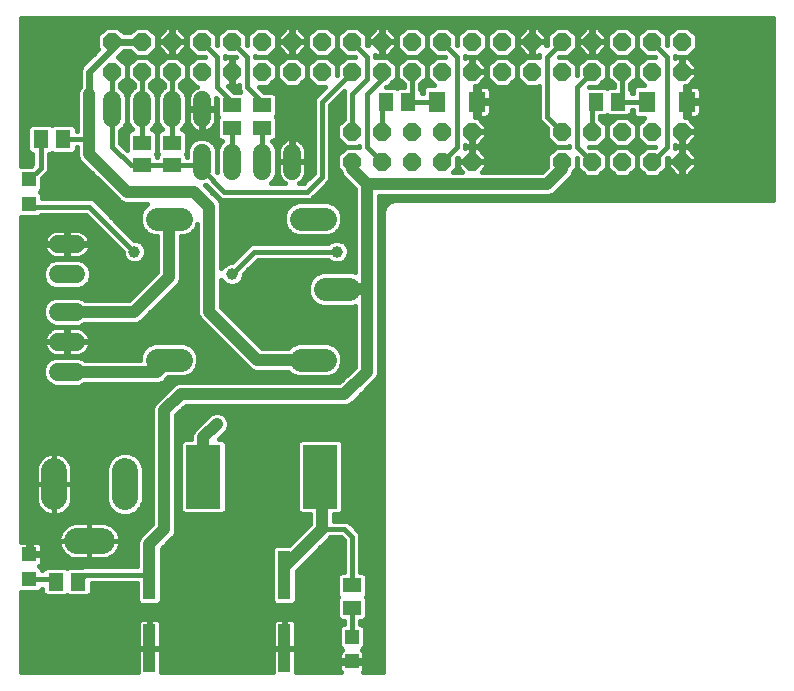
<source format=gbr>
G75*
%MOIN*%
%OFA0B0*%
%FSLAX25Y25*%
%IPPOS*%
%LPD*%
%AMOC8*
5,1,8,0,0,1.08239X$1,22.5*
%
%ADD10R,0.04300X0.16000*%
%ADD11OC8,0.06000*%
%ADD12C,0.06000*%
%ADD13C,0.07800*%
%ADD14R,0.11417X0.21260*%
%ADD15R,0.04724X0.04724*%
%ADD16R,0.05118X0.05906*%
%ADD17R,0.05906X0.05118*%
%ADD18C,0.08600*%
%ADD19R,0.05512X0.07087*%
%ADD20C,0.01600*%
%ADD21C,0.02400*%
%ADD22C,0.04000*%
%ADD23C,0.03937*%
%ADD24C,0.05600*%
%ADD25C,0.17780*%
D10*
X0082500Y0076134D03*
X0082500Y0100734D03*
X0127500Y0100734D03*
X0127500Y0076134D03*
D11*
X0150000Y0238434D03*
X0150000Y0248434D03*
X0160000Y0248434D03*
X0170000Y0248434D03*
X0170000Y0238434D03*
X0160000Y0238434D03*
X0180000Y0238434D03*
X0180000Y0248434D03*
X0190000Y0248434D03*
X0190000Y0238434D03*
X0190000Y0268434D03*
X0180000Y0268434D03*
X0180000Y0278434D03*
X0190000Y0278434D03*
X0200000Y0278434D03*
X0210000Y0278434D03*
X0220000Y0278434D03*
X0230000Y0278434D03*
X0240000Y0278434D03*
X0250000Y0278434D03*
X0260000Y0278434D03*
X0260000Y0268434D03*
X0250000Y0268434D03*
X0240000Y0268434D03*
X0230000Y0268434D03*
X0220000Y0268434D03*
X0210000Y0268434D03*
X0200000Y0268434D03*
X0220000Y0248434D03*
X0230000Y0248434D03*
X0240000Y0248434D03*
X0240000Y0238434D03*
X0230000Y0238434D03*
X0220000Y0238434D03*
X0250000Y0238434D03*
X0250000Y0248434D03*
X0260000Y0248434D03*
X0260000Y0238434D03*
X0170000Y0268434D03*
X0160000Y0268434D03*
X0150000Y0268434D03*
X0140000Y0268434D03*
X0140000Y0278434D03*
X0150000Y0278434D03*
X0160000Y0278434D03*
X0170000Y0278434D03*
X0130000Y0278434D03*
X0120000Y0278434D03*
X0110000Y0278434D03*
X0100000Y0278434D03*
X0090000Y0278434D03*
X0080000Y0278434D03*
X0070000Y0278434D03*
X0070000Y0268434D03*
X0080000Y0268434D03*
X0090000Y0268434D03*
X0100000Y0268434D03*
X0110000Y0268434D03*
X0120000Y0268434D03*
X0130000Y0268434D03*
D12*
X0130000Y0241434D02*
X0130000Y0235434D01*
X0120000Y0235434D02*
X0120000Y0241434D01*
X0110000Y0241434D02*
X0110000Y0235434D01*
X0100000Y0235434D02*
X0100000Y0241434D01*
X0100000Y0252934D02*
X0100000Y0258934D01*
X0090000Y0258934D02*
X0090000Y0252934D01*
X0080000Y0252934D02*
X0080000Y0258934D01*
X0070000Y0258934D02*
X0070000Y0252934D01*
X0058000Y0210934D02*
X0052000Y0210934D01*
X0052000Y0200934D02*
X0058000Y0200934D01*
X0058000Y0188434D02*
X0052000Y0188434D01*
X0052000Y0178434D02*
X0058000Y0178434D01*
X0058000Y0168434D02*
X0052000Y0168434D01*
D13*
X0085100Y0172434D02*
X0092900Y0172434D01*
X0133100Y0172434D02*
X0140900Y0172434D01*
X0141100Y0195934D02*
X0148900Y0195934D01*
X0140900Y0219434D02*
X0133100Y0219434D01*
X0092900Y0219434D02*
X0085100Y0219434D01*
D14*
X0100512Y0133434D03*
X0139488Y0133434D03*
D15*
X0150000Y0080067D03*
X0150000Y0071800D03*
X0042500Y0099300D03*
X0042500Y0107567D03*
X0042500Y0224300D03*
X0042500Y0232567D03*
D16*
X0046260Y0245934D03*
X0053740Y0245934D03*
X0161260Y0258434D03*
X0168740Y0258434D03*
X0231260Y0258434D03*
X0238740Y0258434D03*
X0058740Y0098434D03*
X0051260Y0098434D03*
D17*
X0150000Y0097174D03*
X0150000Y0089693D03*
X0090000Y0237193D03*
X0090000Y0244674D03*
X0080000Y0244674D03*
X0080000Y0237193D03*
X0110000Y0249693D03*
X0110000Y0257174D03*
X0120000Y0257174D03*
X0120000Y0249693D03*
D18*
X0074311Y0135234D02*
X0074311Y0126634D01*
X0066800Y0112036D02*
X0058200Y0112036D01*
X0050689Y0126634D02*
X0050689Y0135234D01*
D19*
X0178307Y0258434D03*
X0191693Y0258434D03*
X0248307Y0258434D03*
X0261693Y0258434D03*
D20*
X0039800Y0094937D02*
X0039800Y0068234D01*
X0078550Y0068234D01*
X0078550Y0075859D01*
X0082225Y0075859D01*
X0082225Y0076409D01*
X0082225Y0085934D01*
X0080113Y0085934D01*
X0079655Y0085811D01*
X0079245Y0085574D01*
X0078910Y0085239D01*
X0078673Y0084828D01*
X0078550Y0084371D01*
X0078550Y0076409D01*
X0082225Y0076409D01*
X0082775Y0076409D01*
X0082775Y0085934D01*
X0084887Y0085934D01*
X0085345Y0085811D01*
X0085755Y0085574D01*
X0086090Y0085239D01*
X0086327Y0084828D01*
X0086450Y0084371D01*
X0086450Y0076409D01*
X0082775Y0076409D01*
X0082775Y0075859D01*
X0086450Y0075859D01*
X0086450Y0068234D01*
X0123550Y0068234D01*
X0123550Y0075859D01*
X0127225Y0075859D01*
X0127225Y0076409D01*
X0127225Y0085934D01*
X0125113Y0085934D01*
X0124655Y0085811D01*
X0124245Y0085574D01*
X0123910Y0085239D01*
X0123673Y0084828D01*
X0123550Y0084371D01*
X0123550Y0076409D01*
X0127225Y0076409D01*
X0127775Y0076409D01*
X0127775Y0085934D01*
X0129887Y0085934D01*
X0130345Y0085811D01*
X0130755Y0085574D01*
X0131090Y0085239D01*
X0131327Y0084828D01*
X0131450Y0084371D01*
X0131450Y0076409D01*
X0127775Y0076409D01*
X0127775Y0075859D01*
X0131450Y0075859D01*
X0131450Y0068234D01*
X0146296Y0068234D01*
X0146197Y0068332D01*
X0145960Y0068743D01*
X0145838Y0069201D01*
X0145838Y0071419D01*
X0149619Y0071419D01*
X0149619Y0072181D01*
X0145838Y0072181D01*
X0145838Y0074399D01*
X0145960Y0074857D01*
X0146197Y0075267D01*
X0146533Y0075602D01*
X0146773Y0075741D01*
X0145638Y0076877D01*
X0145638Y0083258D01*
X0146809Y0084430D01*
X0147200Y0084430D01*
X0147200Y0085134D01*
X0146219Y0085134D01*
X0145047Y0086306D01*
X0145047Y0093081D01*
X0145400Y0093434D01*
X0145047Y0093786D01*
X0145047Y0100561D01*
X0146219Y0101733D01*
X0147200Y0101733D01*
X0147200Y0112274D01*
X0146340Y0113134D01*
X0142857Y0113134D01*
X0142266Y0112543D01*
X0131650Y0101927D01*
X0131650Y0091905D01*
X0130478Y0090734D01*
X0124522Y0090734D01*
X0123350Y0091905D01*
X0123350Y0109562D01*
X0124522Y0110734D01*
X0129143Y0110734D01*
X0136000Y0117590D01*
X0136000Y0120804D01*
X0132951Y0120804D01*
X0131780Y0121975D01*
X0131780Y0144892D01*
X0132951Y0146063D01*
X0146025Y0146063D01*
X0147197Y0144892D01*
X0147197Y0121975D01*
X0146025Y0120804D01*
X0144000Y0120804D01*
X0144000Y0118734D01*
X0148057Y0118734D01*
X0149086Y0118307D01*
X0149874Y0117520D01*
X0152374Y0115020D01*
X0152800Y0113991D01*
X0152800Y0101733D01*
X0153781Y0101733D01*
X0154953Y0100561D01*
X0154953Y0093786D01*
X0154600Y0093434D01*
X0154953Y0093081D01*
X0154953Y0086306D01*
X0153781Y0085134D01*
X0152800Y0085134D01*
X0152800Y0084430D01*
X0153191Y0084430D01*
X0154362Y0083258D01*
X0154362Y0076877D01*
X0153227Y0075741D01*
X0153467Y0075602D01*
X0153803Y0075267D01*
X0154040Y0074857D01*
X0154162Y0074399D01*
X0154162Y0072181D01*
X0150381Y0072181D01*
X0150381Y0071419D01*
X0154162Y0071419D01*
X0154162Y0069201D01*
X0154040Y0068743D01*
X0153803Y0068332D01*
X0153704Y0068234D01*
X0160200Y0068234D01*
X0160200Y0221888D01*
X0160931Y0223653D01*
X0162281Y0225003D01*
X0164045Y0225734D01*
X0290200Y0225734D01*
X0290200Y0286134D01*
X0039800Y0286134D01*
X0039800Y0236930D01*
X0042902Y0236930D01*
X0043460Y0237487D01*
X0043460Y0240981D01*
X0042872Y0240981D01*
X0041701Y0242152D01*
X0041701Y0249715D01*
X0042872Y0250886D01*
X0049647Y0250886D01*
X0050000Y0250534D01*
X0050353Y0250886D01*
X0057128Y0250886D01*
X0058299Y0249715D01*
X0058299Y0248734D01*
X0058500Y0248734D01*
X0058500Y0261729D01*
X0059109Y0263199D01*
X0059300Y0263390D01*
X0059300Y0269070D01*
X0059787Y0270246D01*
X0065452Y0275911D01*
X0065000Y0276362D01*
X0065000Y0280505D01*
X0067929Y0283434D01*
X0072071Y0283434D01*
X0073871Y0281634D01*
X0076129Y0281634D01*
X0077929Y0283434D01*
X0082071Y0283434D01*
X0085000Y0280505D01*
X0085000Y0276362D01*
X0082071Y0273434D01*
X0077929Y0273434D01*
X0076129Y0275234D01*
X0073871Y0275234D01*
X0072071Y0273434D01*
X0072025Y0273434D01*
X0072025Y0273434D01*
X0072071Y0273434D01*
X0075000Y0270505D01*
X0075000Y0266362D01*
X0072800Y0264162D01*
X0072800Y0263186D01*
X0072832Y0263172D01*
X0074239Y0261766D01*
X0075000Y0259928D01*
X0075000Y0251939D01*
X0074239Y0250101D01*
X0072832Y0248695D01*
X0072800Y0248681D01*
X0072800Y0244593D01*
X0075047Y0242346D01*
X0075047Y0248061D01*
X0076219Y0249233D01*
X0076630Y0249233D01*
X0075761Y0250101D01*
X0075000Y0251939D01*
X0075000Y0259928D01*
X0075761Y0261766D01*
X0077168Y0263172D01*
X0077200Y0263186D01*
X0077200Y0264163D01*
X0075000Y0266362D01*
X0075000Y0270505D01*
X0077929Y0273434D01*
X0082071Y0273434D01*
X0085000Y0270505D01*
X0085000Y0266362D01*
X0082800Y0264163D01*
X0082800Y0263186D01*
X0082832Y0263172D01*
X0084239Y0261766D01*
X0085000Y0259928D01*
X0085000Y0251939D01*
X0084239Y0250101D01*
X0083370Y0249233D01*
X0083781Y0249233D01*
X0084953Y0248061D01*
X0084953Y0241286D01*
X0084600Y0240934D01*
X0084953Y0240581D01*
X0084953Y0239993D01*
X0085047Y0239993D01*
X0085047Y0240581D01*
X0085400Y0240934D01*
X0085047Y0241286D01*
X0085047Y0248061D01*
X0086219Y0249233D01*
X0086630Y0249233D01*
X0085761Y0250101D01*
X0085000Y0251939D01*
X0085000Y0259928D01*
X0085761Y0261766D01*
X0087168Y0263172D01*
X0087200Y0263186D01*
X0087200Y0264163D01*
X0085000Y0266362D01*
X0085000Y0270505D01*
X0087929Y0273434D01*
X0092071Y0273434D01*
X0095000Y0270505D01*
X0095000Y0266362D01*
X0092800Y0264163D01*
X0092800Y0263186D01*
X0092832Y0263172D01*
X0094239Y0261766D01*
X0095000Y0259928D01*
X0095000Y0251939D01*
X0094239Y0250101D01*
X0093370Y0249233D01*
X0093781Y0249233D01*
X0094953Y0248061D01*
X0094953Y0241286D01*
X0094600Y0240934D01*
X0094953Y0240581D01*
X0094953Y0239993D01*
X0095000Y0239993D01*
X0095000Y0242428D01*
X0095761Y0244266D01*
X0097168Y0245672D01*
X0099005Y0246434D01*
X0100995Y0246434D01*
X0102832Y0245672D01*
X0104239Y0244266D01*
X0105000Y0242428D01*
X0105000Y0234893D01*
X0105000Y0234893D01*
X0105000Y0242428D01*
X0105761Y0244266D01*
X0106630Y0245134D01*
X0106219Y0245134D01*
X0105047Y0246306D01*
X0105047Y0253081D01*
X0105400Y0253434D01*
X0105047Y0253786D01*
X0105047Y0259427D01*
X0104732Y0259742D01*
X0104800Y0259311D01*
X0104800Y0256134D01*
X0100200Y0256134D01*
X0100200Y0255734D01*
X0104800Y0255734D01*
X0104800Y0252556D01*
X0104682Y0251810D01*
X0104448Y0251091D01*
X0104105Y0250418D01*
X0103661Y0249807D01*
X0103127Y0249272D01*
X0102516Y0248828D01*
X0101843Y0248485D01*
X0101124Y0248252D01*
X0100378Y0248134D01*
X0100200Y0248134D01*
X0100200Y0255733D01*
X0099800Y0255733D01*
X0099800Y0248134D01*
X0099622Y0248134D01*
X0098876Y0248252D01*
X0098157Y0248485D01*
X0097484Y0248828D01*
X0096873Y0249272D01*
X0096339Y0249807D01*
X0095895Y0250418D01*
X0095552Y0251091D01*
X0095318Y0251810D01*
X0095200Y0252556D01*
X0095200Y0255734D01*
X0099800Y0255734D01*
X0099800Y0256134D01*
X0095200Y0256134D01*
X0095200Y0259311D01*
X0095318Y0260058D01*
X0095552Y0260776D01*
X0095895Y0261449D01*
X0096339Y0262061D01*
X0096873Y0262595D01*
X0097484Y0263039D01*
X0098157Y0263382D01*
X0098316Y0263434D01*
X0097929Y0263434D01*
X0095000Y0266362D01*
X0095000Y0270505D01*
X0097929Y0273434D01*
X0101040Y0273434D01*
X0101040Y0273434D01*
X0097929Y0273434D01*
X0095000Y0276362D01*
X0095000Y0280505D01*
X0097929Y0283434D01*
X0102071Y0283434D01*
X0105000Y0280505D01*
X0105000Y0277393D01*
X0105000Y0277393D01*
X0105000Y0280505D01*
X0107929Y0283434D01*
X0112071Y0283434D01*
X0115000Y0280505D01*
X0115000Y0277393D01*
X0115000Y0277393D01*
X0115000Y0280505D01*
X0117929Y0283434D01*
X0122071Y0283434D01*
X0125000Y0280505D01*
X0125000Y0276362D01*
X0122071Y0273434D01*
X0117929Y0273434D01*
X0117800Y0273563D01*
X0117800Y0273305D01*
X0117929Y0273434D01*
X0122071Y0273434D01*
X0125000Y0270505D01*
X0125000Y0266362D01*
X0127929Y0263434D01*
X0132071Y0263434D01*
X0135000Y0266362D01*
X0135000Y0270505D01*
X0132071Y0273434D01*
X0127929Y0273434D01*
X0125000Y0270505D01*
X0125000Y0266362D01*
X0122071Y0263434D01*
X0118960Y0263434D01*
X0120661Y0261733D01*
X0123781Y0261733D01*
X0124953Y0260561D01*
X0124953Y0253786D01*
X0124600Y0253434D01*
X0124953Y0253081D01*
X0124953Y0246306D01*
X0123781Y0245134D01*
X0123370Y0245134D01*
X0124239Y0244266D01*
X0125000Y0242428D01*
X0125000Y0234439D01*
X0124239Y0232601D01*
X0122871Y0231234D01*
X0127670Y0231234D01*
X0127484Y0231328D01*
X0126873Y0231772D01*
X0126339Y0232307D01*
X0125895Y0232918D01*
X0125552Y0233591D01*
X0125318Y0234310D01*
X0125200Y0235056D01*
X0125200Y0238234D01*
X0129800Y0238234D01*
X0129800Y0238634D01*
X0129800Y0246234D01*
X0129622Y0246234D01*
X0128876Y0246115D01*
X0128157Y0245882D01*
X0127484Y0245539D01*
X0126873Y0245095D01*
X0126339Y0244561D01*
X0125895Y0243949D01*
X0125552Y0243276D01*
X0125318Y0242558D01*
X0125200Y0241811D01*
X0125200Y0238634D01*
X0129800Y0238634D01*
X0130200Y0238634D01*
X0130200Y0246234D01*
X0130378Y0246234D01*
X0131124Y0246115D01*
X0131843Y0245882D01*
X0132516Y0245539D01*
X0133127Y0245095D01*
X0133661Y0244561D01*
X0134105Y0243949D01*
X0134448Y0243276D01*
X0134682Y0242558D01*
X0134800Y0241811D01*
X0134800Y0238634D01*
X0130200Y0238634D01*
X0130200Y0238234D01*
X0134800Y0238234D01*
X0134800Y0235056D01*
X0134682Y0234310D01*
X0134448Y0233591D01*
X0134105Y0232918D01*
X0133661Y0232307D01*
X0133127Y0231772D01*
X0132516Y0231328D01*
X0132330Y0231234D01*
X0133840Y0231234D01*
X0137200Y0234593D01*
X0137200Y0258991D01*
X0137626Y0260020D01*
X0141040Y0263434D01*
X0137929Y0263434D01*
X0135000Y0266362D01*
X0135000Y0270505D01*
X0137929Y0273434D01*
X0142071Y0273434D01*
X0145000Y0276362D01*
X0145000Y0280505D01*
X0142071Y0283434D01*
X0137929Y0283434D01*
X0135000Y0280505D01*
X0135000Y0276362D01*
X0137929Y0273434D01*
X0142071Y0273434D01*
X0145000Y0270505D01*
X0145000Y0267393D01*
X0145000Y0267393D01*
X0145000Y0270505D01*
X0147929Y0273434D01*
X0151040Y0273434D01*
X0151040Y0273434D01*
X0147929Y0273434D01*
X0145000Y0276362D01*
X0145000Y0280505D01*
X0147929Y0283434D01*
X0152071Y0283434D01*
X0155000Y0280505D01*
X0155000Y0277393D01*
X0155200Y0277193D01*
X0155200Y0278234D01*
X0159800Y0278234D01*
X0159800Y0278634D01*
X0159800Y0283234D01*
X0158012Y0283234D01*
X0155200Y0280422D01*
X0155200Y0278634D01*
X0159800Y0278634D01*
X0160200Y0278634D01*
X0160200Y0283234D01*
X0161988Y0283234D01*
X0164800Y0280422D01*
X0164800Y0278634D01*
X0160200Y0278634D01*
X0160200Y0278234D01*
X0164800Y0278234D01*
X0164800Y0276445D01*
X0161988Y0273634D01*
X0160200Y0273634D01*
X0160200Y0278233D01*
X0159800Y0278233D01*
X0159800Y0273634D01*
X0158012Y0273634D01*
X0157800Y0273845D01*
X0157800Y0273305D01*
X0157929Y0273434D01*
X0162071Y0273434D01*
X0165000Y0270505D01*
X0165000Y0266362D01*
X0162071Y0263434D01*
X0161460Y0263434D01*
X0161413Y0263386D01*
X0164647Y0263386D01*
X0165000Y0263034D01*
X0165353Y0263386D01*
X0167200Y0263386D01*
X0167200Y0264162D01*
X0165000Y0266362D01*
X0165000Y0270505D01*
X0167929Y0273434D01*
X0172071Y0273434D01*
X0175000Y0276362D01*
X0175000Y0280505D01*
X0172071Y0283434D01*
X0167929Y0283434D01*
X0165000Y0280505D01*
X0165000Y0276362D01*
X0167929Y0273434D01*
X0172071Y0273434D01*
X0175000Y0270505D01*
X0175000Y0266362D01*
X0172800Y0264162D01*
X0172800Y0262714D01*
X0173299Y0262215D01*
X0173299Y0261234D01*
X0173551Y0261234D01*
X0173551Y0262805D01*
X0174723Y0263977D01*
X0177386Y0263977D01*
X0175000Y0266362D01*
X0175000Y0270505D01*
X0177929Y0273434D01*
X0181040Y0273434D01*
X0181040Y0273434D01*
X0177929Y0273434D01*
X0175000Y0276362D01*
X0175000Y0280505D01*
X0177929Y0283434D01*
X0182071Y0283434D01*
X0185000Y0280505D01*
X0185000Y0277393D01*
X0185000Y0277393D01*
X0185000Y0280505D01*
X0187929Y0283434D01*
X0192071Y0283434D01*
X0195000Y0280505D01*
X0195000Y0276362D01*
X0197929Y0273434D01*
X0202071Y0273434D01*
X0205000Y0276362D01*
X0205000Y0280505D01*
X0202071Y0283434D01*
X0197929Y0283434D01*
X0195000Y0280505D01*
X0195000Y0276362D01*
X0192071Y0273434D01*
X0187929Y0273434D01*
X0187800Y0273563D01*
X0187800Y0273022D01*
X0188012Y0273234D01*
X0189800Y0273234D01*
X0189800Y0268634D01*
X0190200Y0268634D01*
X0190200Y0273234D01*
X0191988Y0273234D01*
X0194800Y0270422D01*
X0194800Y0268634D01*
X0190200Y0268634D01*
X0190200Y0268234D01*
X0194800Y0268234D01*
X0194800Y0266445D01*
X0191988Y0263634D01*
X0191115Y0263634D01*
X0191115Y0259012D01*
X0192271Y0259012D01*
X0192271Y0263777D01*
X0194686Y0263777D01*
X0195144Y0263654D01*
X0195554Y0263417D01*
X0195889Y0263082D01*
X0196126Y0262672D01*
X0196249Y0262214D01*
X0196249Y0259012D01*
X0192271Y0259012D01*
X0192271Y0257856D01*
X0196249Y0257856D01*
X0196249Y0254653D01*
X0196126Y0254195D01*
X0195889Y0253785D01*
X0195554Y0253450D01*
X0195144Y0253213D01*
X0194686Y0253090D01*
X0192271Y0253090D01*
X0192271Y0257856D01*
X0191115Y0257856D01*
X0191115Y0253234D01*
X0191988Y0253234D01*
X0194800Y0250422D01*
X0194800Y0248634D01*
X0190200Y0248634D01*
X0190200Y0248234D01*
X0194800Y0248234D01*
X0194800Y0246445D01*
X0191988Y0243634D01*
X0190200Y0243634D01*
X0190200Y0248233D01*
X0189800Y0248233D01*
X0189800Y0243634D01*
X0188012Y0243634D01*
X0187800Y0243845D01*
X0187800Y0243022D01*
X0188012Y0243234D01*
X0189800Y0243234D01*
X0189800Y0238634D01*
X0190200Y0238634D01*
X0190200Y0243234D01*
X0191988Y0243234D01*
X0194800Y0240422D01*
X0194800Y0238634D01*
X0190200Y0238634D01*
X0190200Y0238234D01*
X0194800Y0238234D01*
X0194800Y0236445D01*
X0193288Y0234934D01*
X0213343Y0234934D01*
X0215000Y0236590D01*
X0215000Y0240505D01*
X0217929Y0243434D01*
X0222071Y0243434D01*
X0222200Y0243563D01*
X0222200Y0243305D01*
X0222071Y0243434D01*
X0217929Y0243434D01*
X0215000Y0246362D01*
X0215000Y0249474D01*
X0212626Y0251847D01*
X0212200Y0252877D01*
X0212200Y0263563D01*
X0212071Y0263434D01*
X0207929Y0263434D01*
X0205000Y0266362D01*
X0202071Y0263434D01*
X0197929Y0263434D01*
X0195000Y0266362D01*
X0195000Y0270505D01*
X0197929Y0273434D01*
X0202071Y0273434D01*
X0205000Y0270505D01*
X0205000Y0266362D01*
X0205000Y0270505D01*
X0207929Y0273434D01*
X0212071Y0273434D01*
X0212200Y0273305D01*
X0212200Y0273845D01*
X0211988Y0273634D01*
X0210200Y0273634D01*
X0210200Y0278233D01*
X0209800Y0278233D01*
X0209800Y0273634D01*
X0208012Y0273634D01*
X0205200Y0276445D01*
X0205200Y0278234D01*
X0209800Y0278234D01*
X0209800Y0278634D01*
X0209800Y0283234D01*
X0208012Y0283234D01*
X0205200Y0280422D01*
X0205200Y0278634D01*
X0209800Y0278634D01*
X0210200Y0278634D01*
X0210200Y0283234D01*
X0211988Y0283234D01*
X0214800Y0280422D01*
X0214800Y0278634D01*
X0210200Y0278634D01*
X0210200Y0278234D01*
X0214800Y0278234D01*
X0214800Y0277193D01*
X0215000Y0277393D01*
X0215000Y0280505D01*
X0217929Y0283434D01*
X0222071Y0283434D01*
X0225000Y0280505D01*
X0225000Y0276362D01*
X0222071Y0273434D01*
X0218960Y0273434D01*
X0218960Y0273434D01*
X0222071Y0273434D01*
X0225000Y0270505D01*
X0225000Y0267393D01*
X0225000Y0267393D01*
X0225000Y0270505D01*
X0227929Y0273434D01*
X0232071Y0273434D01*
X0235000Y0270505D01*
X0235000Y0266362D01*
X0232071Y0263434D01*
X0228960Y0263434D01*
X0228913Y0263386D01*
X0234647Y0263386D01*
X0235000Y0263034D01*
X0235353Y0263386D01*
X0237200Y0263386D01*
X0237200Y0264162D01*
X0235000Y0266362D01*
X0235000Y0270505D01*
X0237929Y0273434D01*
X0242071Y0273434D01*
X0245000Y0276362D01*
X0245000Y0280505D01*
X0242071Y0283434D01*
X0237929Y0283434D01*
X0235000Y0280505D01*
X0235000Y0276362D01*
X0237929Y0273434D01*
X0242071Y0273434D01*
X0245000Y0270505D01*
X0245000Y0266362D01*
X0242800Y0264162D01*
X0242800Y0262714D01*
X0243299Y0262215D01*
X0243299Y0261234D01*
X0243551Y0261234D01*
X0243551Y0262805D01*
X0244723Y0263977D01*
X0247386Y0263977D01*
X0245000Y0266362D01*
X0245000Y0270505D01*
X0247929Y0273434D01*
X0251040Y0273434D01*
X0251040Y0273434D01*
X0247929Y0273434D01*
X0245000Y0276362D01*
X0245000Y0280505D01*
X0247929Y0283434D01*
X0252071Y0283434D01*
X0255000Y0280505D01*
X0255000Y0277393D01*
X0255000Y0277393D01*
X0255000Y0280505D01*
X0257929Y0283434D01*
X0262071Y0283434D01*
X0265000Y0280505D01*
X0265000Y0276362D01*
X0262071Y0273434D01*
X0257929Y0273434D01*
X0257800Y0273563D01*
X0257800Y0273022D01*
X0258012Y0273234D01*
X0259800Y0273234D01*
X0259800Y0268634D01*
X0260200Y0268634D01*
X0260200Y0273234D01*
X0261988Y0273234D01*
X0264800Y0270422D01*
X0264800Y0268634D01*
X0260200Y0268634D01*
X0260200Y0268234D01*
X0264800Y0268234D01*
X0264800Y0266445D01*
X0261988Y0263634D01*
X0261115Y0263634D01*
X0261115Y0259012D01*
X0262271Y0259012D01*
X0262271Y0263777D01*
X0264686Y0263777D01*
X0265144Y0263654D01*
X0265554Y0263417D01*
X0265889Y0263082D01*
X0266126Y0262672D01*
X0266249Y0262214D01*
X0266249Y0259012D01*
X0262271Y0259012D01*
X0262271Y0257856D01*
X0266249Y0257856D01*
X0266249Y0254653D01*
X0266126Y0254195D01*
X0265889Y0253785D01*
X0265554Y0253450D01*
X0265144Y0253213D01*
X0264686Y0253090D01*
X0262271Y0253090D01*
X0262271Y0257856D01*
X0261115Y0257856D01*
X0261115Y0253234D01*
X0261988Y0253234D01*
X0264800Y0250422D01*
X0264800Y0248634D01*
X0260200Y0248634D01*
X0260200Y0248234D01*
X0264800Y0248234D01*
X0264800Y0246445D01*
X0261988Y0243634D01*
X0260200Y0243634D01*
X0260200Y0248233D01*
X0259800Y0248233D01*
X0259800Y0243634D01*
X0258012Y0243634D01*
X0257800Y0243845D01*
X0257800Y0243022D01*
X0258012Y0243234D01*
X0259800Y0243234D01*
X0259800Y0238634D01*
X0260200Y0238634D01*
X0260200Y0243234D01*
X0261988Y0243234D01*
X0264800Y0240422D01*
X0264800Y0238634D01*
X0260200Y0238634D01*
X0260200Y0238234D01*
X0264800Y0238234D01*
X0264800Y0236445D01*
X0261988Y0233634D01*
X0260200Y0233634D01*
X0260200Y0238233D01*
X0259800Y0238233D01*
X0259800Y0233634D01*
X0258012Y0233634D01*
X0255200Y0236445D01*
X0255200Y0238234D01*
X0259800Y0238234D01*
X0259800Y0238634D01*
X0255200Y0238634D01*
X0255200Y0239674D01*
X0255000Y0239474D01*
X0255000Y0236362D01*
X0252071Y0233434D01*
X0247929Y0233434D01*
X0245000Y0236362D01*
X0242071Y0233434D01*
X0237929Y0233434D01*
X0235000Y0236362D01*
X0235000Y0240505D01*
X0237929Y0243434D01*
X0242071Y0243434D01*
X0245000Y0246362D01*
X0245000Y0250505D01*
X0242071Y0253434D01*
X0237929Y0253434D01*
X0235000Y0250505D01*
X0235000Y0246362D01*
X0237929Y0243434D01*
X0242071Y0243434D01*
X0245000Y0240505D01*
X0245000Y0236362D01*
X0245000Y0240505D01*
X0247929Y0243434D01*
X0251040Y0243434D01*
X0247929Y0243434D01*
X0245000Y0246362D01*
X0245000Y0250505D01*
X0247386Y0252890D01*
X0244723Y0252890D01*
X0243551Y0254062D01*
X0243551Y0255634D01*
X0243299Y0255634D01*
X0243299Y0254652D01*
X0242128Y0253481D01*
X0235353Y0253481D01*
X0235000Y0253833D01*
X0234647Y0253481D01*
X0232800Y0253481D01*
X0232800Y0252705D01*
X0235000Y0250505D01*
X0235000Y0246362D01*
X0232071Y0243434D01*
X0228960Y0243434D01*
X0228960Y0243434D01*
X0232071Y0243434D01*
X0235000Y0240505D01*
X0235000Y0236362D01*
X0232071Y0233434D01*
X0227929Y0233434D01*
X0225000Y0236362D01*
X0225000Y0239474D01*
X0225000Y0239474D01*
X0225000Y0236362D01*
X0224000Y0235362D01*
X0224000Y0235138D01*
X0223391Y0233668D01*
X0218391Y0228668D01*
X0218391Y0228668D01*
X0217266Y0227543D01*
X0215796Y0226934D01*
X0159000Y0226934D01*
X0159000Y0167638D01*
X0158391Y0166168D01*
X0150891Y0158668D01*
X0150891Y0158668D01*
X0149766Y0157543D01*
X0148296Y0156934D01*
X0094629Y0156934D01*
X0091500Y0153804D01*
X0091500Y0115138D01*
X0090891Y0113668D01*
X0089766Y0112543D01*
X0086650Y0109427D01*
X0086650Y0091905D01*
X0085478Y0090734D01*
X0079522Y0090734D01*
X0078350Y0091905D01*
X0078350Y0097934D01*
X0063299Y0097934D01*
X0063299Y0094652D01*
X0062128Y0093481D01*
X0055353Y0093481D01*
X0055000Y0093833D01*
X0054647Y0093481D01*
X0047872Y0093481D01*
X0046701Y0094652D01*
X0046701Y0095948D01*
X0045691Y0094937D01*
X0039800Y0094937D01*
X0039800Y0093805D02*
X0047548Y0093805D01*
X0046701Y0095404D02*
X0046157Y0095404D01*
X0042500Y0099300D02*
X0050394Y0099300D01*
X0051260Y0098434D01*
X0046862Y0102376D02*
X0046862Y0102490D01*
X0045727Y0103626D01*
X0045967Y0103765D01*
X0046303Y0104100D01*
X0046540Y0104510D01*
X0046662Y0104968D01*
X0046662Y0107186D01*
X0042881Y0107186D01*
X0042881Y0107949D01*
X0042119Y0107949D01*
X0042119Y0111730D01*
X0039901Y0111730D01*
X0039800Y0111703D01*
X0039800Y0219937D01*
X0045691Y0219937D01*
X0046387Y0220634D01*
X0061340Y0220634D01*
X0073531Y0208442D01*
X0073531Y0207644D01*
X0074136Y0206186D01*
X0075252Y0205069D01*
X0076711Y0204465D01*
X0078289Y0204465D01*
X0079748Y0205069D01*
X0080864Y0206186D01*
X0081468Y0207644D01*
X0081468Y0209223D01*
X0080864Y0210682D01*
X0079748Y0211798D01*
X0078289Y0212402D01*
X0077491Y0212402D01*
X0064874Y0225020D01*
X0064086Y0225807D01*
X0063057Y0226234D01*
X0046862Y0226234D01*
X0046862Y0227490D01*
X0045919Y0228434D01*
X0046862Y0229377D01*
X0046862Y0232970D01*
X0047846Y0233954D01*
X0048634Y0234741D01*
X0049060Y0235770D01*
X0049060Y0240981D01*
X0049647Y0240981D01*
X0050000Y0241333D01*
X0050353Y0240981D01*
X0057128Y0240981D01*
X0058299Y0242152D01*
X0058299Y0243134D01*
X0058500Y0243134D01*
X0058500Y0240138D01*
X0059109Y0238668D01*
X0071609Y0226168D01*
X0072734Y0225043D01*
X0074204Y0224434D01*
X0081756Y0224434D01*
X0080098Y0222776D01*
X0079200Y0220607D01*
X0079200Y0218260D01*
X0080098Y0216091D01*
X0081758Y0214432D01*
X0083926Y0213534D01*
X0085000Y0213534D01*
X0085000Y0201590D01*
X0075843Y0192434D01*
X0061071Y0192434D01*
X0060832Y0192672D01*
X0058995Y0193434D01*
X0051005Y0193434D01*
X0049168Y0192672D01*
X0047761Y0191266D01*
X0047000Y0189428D01*
X0047000Y0187439D01*
X0047761Y0185601D01*
X0049168Y0184195D01*
X0051005Y0183434D01*
X0058995Y0183434D01*
X0060832Y0184195D01*
X0061071Y0184434D01*
X0078296Y0184434D01*
X0079766Y0185043D01*
X0091266Y0196543D01*
X0092391Y0197668D01*
X0093000Y0199138D01*
X0093000Y0213534D01*
X0094074Y0213534D01*
X0096242Y0214432D01*
X0097902Y0216091D01*
X0098500Y0217536D01*
X0098500Y0187638D01*
X0099109Y0186168D01*
X0115109Y0170168D01*
X0116234Y0169043D01*
X0117704Y0168434D01*
X0128756Y0168434D01*
X0129758Y0167432D01*
X0131926Y0166534D01*
X0142074Y0166534D01*
X0144242Y0167432D01*
X0145902Y0169091D01*
X0146800Y0171260D01*
X0146800Y0173607D01*
X0145902Y0175776D01*
X0144242Y0177435D01*
X0142074Y0178334D01*
X0131926Y0178334D01*
X0129758Y0177435D01*
X0128756Y0176434D01*
X0120157Y0176434D01*
X0106500Y0190090D01*
X0106500Y0199013D01*
X0106636Y0198686D01*
X0107752Y0197569D01*
X0109211Y0196965D01*
X0110789Y0196965D01*
X0112248Y0197569D01*
X0113364Y0198686D01*
X0113968Y0200144D01*
X0113968Y0200942D01*
X0118660Y0205634D01*
X0142188Y0205634D01*
X0142752Y0205069D01*
X0144211Y0204465D01*
X0145789Y0204465D01*
X0147248Y0205069D01*
X0148364Y0206186D01*
X0148968Y0207644D01*
X0148968Y0209223D01*
X0148364Y0210682D01*
X0147248Y0211798D01*
X0145789Y0212402D01*
X0144211Y0212402D01*
X0142752Y0211798D01*
X0142188Y0211234D01*
X0116943Y0211234D01*
X0115914Y0210807D01*
X0110009Y0204902D01*
X0109211Y0204902D01*
X0107752Y0204298D01*
X0106636Y0203182D01*
X0106500Y0202854D01*
X0106500Y0224229D01*
X0105891Y0225699D01*
X0104766Y0226825D01*
X0101109Y0230481D01*
X0101380Y0230593D01*
X0105126Y0226847D01*
X0105914Y0226060D01*
X0106943Y0225634D01*
X0135557Y0225634D01*
X0136586Y0226060D01*
X0141586Y0231060D01*
X0142374Y0231847D01*
X0142800Y0232877D01*
X0142800Y0257274D01*
X0147330Y0261803D01*
X0147200Y0261491D01*
X0147200Y0252705D01*
X0145000Y0250505D01*
X0145000Y0246362D01*
X0147929Y0243434D01*
X0152071Y0243434D01*
X0152200Y0243563D01*
X0152200Y0243305D01*
X0152071Y0243434D01*
X0147929Y0243434D01*
X0145000Y0240505D01*
X0145000Y0236362D01*
X0146000Y0235362D01*
X0146000Y0235138D01*
X0146609Y0233668D01*
X0147734Y0232543D01*
X0151000Y0229277D01*
X0151000Y0201450D01*
X0150074Y0201834D01*
X0139926Y0201834D01*
X0137758Y0200935D01*
X0136098Y0199276D01*
X0135200Y0197107D01*
X0135200Y0194760D01*
X0136098Y0192591D01*
X0137758Y0190932D01*
X0139926Y0190034D01*
X0150074Y0190034D01*
X0151000Y0190417D01*
X0151000Y0170090D01*
X0145843Y0164934D01*
X0092177Y0164934D01*
X0090707Y0164325D01*
X0085234Y0158852D01*
X0084109Y0157727D01*
X0083500Y0156257D01*
X0083500Y0117590D01*
X0079109Y0113199D01*
X0078500Y0111729D01*
X0078500Y0109712D01*
X0078350Y0109562D01*
X0078350Y0103534D01*
X0060483Y0103534D01*
X0060128Y0103386D01*
X0055353Y0103386D01*
X0055000Y0103034D01*
X0054647Y0103386D01*
X0047872Y0103386D01*
X0046862Y0102376D01*
X0045956Y0103396D02*
X0060152Y0103396D01*
X0061040Y0100734D02*
X0058740Y0098434D01*
X0061040Y0100734D02*
X0082500Y0100734D01*
X0086650Y0100199D02*
X0123350Y0100199D01*
X0123350Y0098601D02*
X0086650Y0098601D01*
X0086650Y0097002D02*
X0123350Y0097002D01*
X0123350Y0095404D02*
X0086650Y0095404D01*
X0086650Y0093805D02*
X0123350Y0093805D01*
X0123350Y0092207D02*
X0086650Y0092207D01*
X0085338Y0085813D02*
X0124662Y0085813D01*
X0123550Y0084214D02*
X0086450Y0084214D01*
X0086450Y0082616D02*
X0123550Y0082616D01*
X0123550Y0081017D02*
X0086450Y0081017D01*
X0086450Y0079419D02*
X0123550Y0079419D01*
X0123550Y0077820D02*
X0086450Y0077820D01*
X0086450Y0074623D02*
X0123550Y0074623D01*
X0123550Y0073025D02*
X0086450Y0073025D01*
X0086450Y0071426D02*
X0123550Y0071426D01*
X0123550Y0069828D02*
X0086450Y0069828D01*
X0082775Y0076222D02*
X0127225Y0076222D01*
X0127775Y0076222D02*
X0146293Y0076222D01*
X0145898Y0074623D02*
X0131450Y0074623D01*
X0131450Y0073025D02*
X0145838Y0073025D01*
X0145838Y0069828D02*
X0131450Y0069828D01*
X0131450Y0071426D02*
X0149619Y0071426D01*
X0150381Y0071426D02*
X0160200Y0071426D01*
X0160200Y0069828D02*
X0154162Y0069828D01*
X0154162Y0073025D02*
X0160200Y0073025D01*
X0160200Y0074623D02*
X0154102Y0074623D01*
X0153707Y0076222D02*
X0160200Y0076222D01*
X0160200Y0077820D02*
X0154362Y0077820D01*
X0154362Y0079419D02*
X0160200Y0079419D01*
X0160200Y0081017D02*
X0154362Y0081017D01*
X0154362Y0082616D02*
X0160200Y0082616D01*
X0160200Y0084214D02*
X0153406Y0084214D01*
X0154460Y0085813D02*
X0160200Y0085813D01*
X0160200Y0087411D02*
X0154953Y0087411D01*
X0154953Y0089010D02*
X0160200Y0089010D01*
X0160200Y0090608D02*
X0154953Y0090608D01*
X0154953Y0092207D02*
X0160200Y0092207D01*
X0160200Y0093805D02*
X0154953Y0093805D01*
X0154953Y0095404D02*
X0160200Y0095404D01*
X0160200Y0097002D02*
X0154953Y0097002D01*
X0154953Y0098601D02*
X0160200Y0098601D01*
X0160200Y0100199D02*
X0154953Y0100199D01*
X0152800Y0101798D02*
X0160200Y0101798D01*
X0160200Y0103396D02*
X0152800Y0103396D01*
X0152800Y0104995D02*
X0160200Y0104995D01*
X0160200Y0106593D02*
X0152800Y0106593D01*
X0152800Y0108192D02*
X0160200Y0108192D01*
X0160200Y0109790D02*
X0152800Y0109790D01*
X0152800Y0111389D02*
X0160200Y0111389D01*
X0160200Y0112987D02*
X0152800Y0112987D01*
X0152553Y0114586D02*
X0160200Y0114586D01*
X0160200Y0116184D02*
X0151209Y0116184D01*
X0149610Y0117783D02*
X0160200Y0117783D01*
X0160200Y0119381D02*
X0144000Y0119381D01*
X0146202Y0120980D02*
X0160200Y0120980D01*
X0160200Y0122578D02*
X0147197Y0122578D01*
X0147197Y0124177D02*
X0160200Y0124177D01*
X0160200Y0125775D02*
X0147197Y0125775D01*
X0147197Y0127374D02*
X0160200Y0127374D01*
X0160200Y0128973D02*
X0147197Y0128973D01*
X0147197Y0130571D02*
X0160200Y0130571D01*
X0160200Y0132170D02*
X0147197Y0132170D01*
X0147197Y0133768D02*
X0160200Y0133768D01*
X0160200Y0135367D02*
X0147197Y0135367D01*
X0147197Y0136965D02*
X0160200Y0136965D01*
X0160200Y0138564D02*
X0147197Y0138564D01*
X0147197Y0140162D02*
X0160200Y0140162D01*
X0160200Y0141761D02*
X0147197Y0141761D01*
X0147197Y0143359D02*
X0160200Y0143359D01*
X0160200Y0144958D02*
X0147131Y0144958D01*
X0149969Y0157746D02*
X0160200Y0157746D01*
X0160200Y0159344D02*
X0151568Y0159344D01*
X0153166Y0160943D02*
X0160200Y0160943D01*
X0160200Y0162541D02*
X0154765Y0162541D01*
X0156363Y0164140D02*
X0160200Y0164140D01*
X0160200Y0165738D02*
X0157962Y0165738D01*
X0158875Y0167337D02*
X0160200Y0167337D01*
X0160200Y0168935D02*
X0159000Y0168935D01*
X0159000Y0170534D02*
X0160200Y0170534D01*
X0160200Y0172132D02*
X0159000Y0172132D01*
X0159000Y0173731D02*
X0160200Y0173731D01*
X0160200Y0175329D02*
X0159000Y0175329D01*
X0159000Y0176928D02*
X0160200Y0176928D01*
X0160200Y0178526D02*
X0159000Y0178526D01*
X0159000Y0180125D02*
X0160200Y0180125D01*
X0160200Y0181723D02*
X0159000Y0181723D01*
X0159000Y0183322D02*
X0160200Y0183322D01*
X0160200Y0184920D02*
X0159000Y0184920D01*
X0159000Y0186519D02*
X0160200Y0186519D01*
X0160200Y0188117D02*
X0159000Y0188117D01*
X0159000Y0189716D02*
X0160200Y0189716D01*
X0160200Y0191314D02*
X0159000Y0191314D01*
X0159000Y0192913D02*
X0160200Y0192913D01*
X0160200Y0194511D02*
X0159000Y0194511D01*
X0159000Y0196110D02*
X0160200Y0196110D01*
X0160200Y0197709D02*
X0159000Y0197709D01*
X0159000Y0199307D02*
X0160200Y0199307D01*
X0160200Y0200906D02*
X0159000Y0200906D01*
X0159000Y0202504D02*
X0160200Y0202504D01*
X0160200Y0204103D02*
X0159000Y0204103D01*
X0159000Y0205701D02*
X0160200Y0205701D01*
X0160200Y0207300D02*
X0159000Y0207300D01*
X0159000Y0208898D02*
X0160200Y0208898D01*
X0160200Y0210497D02*
X0159000Y0210497D01*
X0159000Y0212095D02*
X0160200Y0212095D01*
X0160200Y0213694D02*
X0159000Y0213694D01*
X0159000Y0215292D02*
X0160200Y0215292D01*
X0160200Y0216891D02*
X0159000Y0216891D01*
X0159000Y0218489D02*
X0160200Y0218489D01*
X0160200Y0220088D02*
X0159000Y0220088D01*
X0159000Y0221686D02*
X0160200Y0221686D01*
X0160778Y0223285D02*
X0159000Y0223285D01*
X0159000Y0224883D02*
X0162161Y0224883D01*
X0159000Y0226482D02*
X0290200Y0226482D01*
X0290200Y0228080D02*
X0217804Y0228080D01*
X0219402Y0229679D02*
X0290200Y0229679D01*
X0290200Y0231277D02*
X0221001Y0231277D01*
X0222599Y0232876D02*
X0290200Y0232876D01*
X0290200Y0234474D02*
X0262829Y0234474D01*
X0264427Y0236073D02*
X0290200Y0236073D01*
X0290200Y0237671D02*
X0264800Y0237671D01*
X0264800Y0239270D02*
X0290200Y0239270D01*
X0290200Y0240868D02*
X0264353Y0240868D01*
X0262755Y0242467D02*
X0290200Y0242467D01*
X0290200Y0244065D02*
X0262420Y0244065D01*
X0260200Y0244065D02*
X0259800Y0244065D01*
X0259800Y0242467D02*
X0260200Y0242467D01*
X0260200Y0240868D02*
X0259800Y0240868D01*
X0259800Y0239270D02*
X0260200Y0239270D01*
X0260200Y0237671D02*
X0259800Y0237671D01*
X0259800Y0236073D02*
X0260200Y0236073D01*
X0260200Y0234474D02*
X0259800Y0234474D01*
X0257171Y0234474D02*
X0253112Y0234474D01*
X0254710Y0236073D02*
X0255573Y0236073D01*
X0255200Y0237671D02*
X0255000Y0237671D01*
X0255000Y0239270D02*
X0255200Y0239270D01*
X0255000Y0243434D02*
X0250000Y0238434D01*
X0246888Y0234474D02*
X0243112Y0234474D01*
X0244710Y0236073D02*
X0245290Y0236073D01*
X0245000Y0237671D02*
X0245000Y0237671D01*
X0245000Y0239270D02*
X0245000Y0239270D01*
X0244636Y0240868D02*
X0245364Y0240868D01*
X0246962Y0242467D02*
X0243038Y0242467D01*
X0242703Y0244065D02*
X0247297Y0244065D01*
X0245699Y0245664D02*
X0244301Y0245664D01*
X0245000Y0247262D02*
X0245000Y0247262D01*
X0245000Y0248861D02*
X0245000Y0248861D01*
X0245000Y0250459D02*
X0245000Y0250459D01*
X0243447Y0252058D02*
X0246553Y0252058D01*
X0243957Y0253656D02*
X0242303Y0253656D01*
X0243299Y0255255D02*
X0243551Y0255255D01*
X0248307Y0258434D02*
X0238740Y0258434D01*
X0240000Y0258434D01*
X0240000Y0268434D01*
X0236517Y0264846D02*
X0233483Y0264846D01*
X0234786Y0263247D02*
X0235214Y0263247D01*
X0231260Y0258434D02*
X0230000Y0258434D01*
X0230000Y0248434D01*
X0232703Y0244065D02*
X0237297Y0244065D01*
X0236962Y0242467D02*
X0233038Y0242467D01*
X0234636Y0240868D02*
X0235364Y0240868D01*
X0235000Y0239270D02*
X0235000Y0239270D01*
X0235000Y0237671D02*
X0235000Y0237671D01*
X0234710Y0236073D02*
X0235290Y0236073D01*
X0236888Y0234474D02*
X0233112Y0234474D01*
X0230000Y0238434D02*
X0225000Y0243434D01*
X0225000Y0263434D01*
X0230000Y0268434D01*
X0225735Y0271240D02*
X0224265Y0271240D01*
X0225000Y0269642D02*
X0225000Y0269642D01*
X0225000Y0268043D02*
X0225000Y0268043D01*
X0222666Y0272839D02*
X0227334Y0272839D01*
X0228012Y0273634D02*
X0229800Y0273634D01*
X0229800Y0278233D01*
X0230200Y0278233D01*
X0230200Y0273634D01*
X0231988Y0273634D01*
X0234800Y0276445D01*
X0234800Y0278234D01*
X0230200Y0278234D01*
X0230200Y0278634D01*
X0229800Y0278634D01*
X0229800Y0283234D01*
X0228012Y0283234D01*
X0225200Y0280422D01*
X0225200Y0278634D01*
X0229800Y0278634D01*
X0229800Y0278234D01*
X0225200Y0278234D01*
X0225200Y0276445D01*
X0228012Y0273634D01*
X0227208Y0274437D02*
X0223075Y0274437D01*
X0224673Y0276036D02*
X0225610Y0276036D01*
X0225200Y0277634D02*
X0225000Y0277634D01*
X0225000Y0279233D02*
X0225200Y0279233D01*
X0225609Y0280831D02*
X0224673Y0280831D01*
X0223075Y0282430D02*
X0227208Y0282430D01*
X0229800Y0282430D02*
X0230200Y0282430D01*
X0230200Y0283234D02*
X0231988Y0283234D01*
X0234800Y0280422D01*
X0234800Y0278634D01*
X0230200Y0278634D01*
X0230200Y0283234D01*
X0230200Y0280831D02*
X0229800Y0280831D01*
X0229800Y0279233D02*
X0230200Y0279233D01*
X0230200Y0277634D02*
X0229800Y0277634D01*
X0229800Y0276036D02*
X0230200Y0276036D01*
X0230200Y0274437D02*
X0229800Y0274437D01*
X0232792Y0274437D02*
X0236925Y0274437D01*
X0237334Y0272839D02*
X0232666Y0272839D01*
X0234265Y0271240D02*
X0235735Y0271240D01*
X0235000Y0269642D02*
X0235000Y0269642D01*
X0235000Y0268043D02*
X0235000Y0268043D01*
X0235000Y0266444D02*
X0235000Y0266444D01*
X0242800Y0263247D02*
X0243993Y0263247D01*
X0243551Y0261649D02*
X0243299Y0261649D01*
X0243483Y0264846D02*
X0246517Y0264846D01*
X0245000Y0266444D02*
X0245000Y0266444D01*
X0245000Y0268043D02*
X0245000Y0268043D01*
X0245000Y0269642D02*
X0245000Y0269642D01*
X0244265Y0271240D02*
X0245735Y0271240D01*
X0247334Y0272839D02*
X0242666Y0272839D01*
X0243075Y0274437D02*
X0246925Y0274437D01*
X0245327Y0276036D02*
X0244673Y0276036D01*
X0245000Y0277634D02*
X0245000Y0277634D01*
X0245000Y0279233D02*
X0245000Y0279233D01*
X0245326Y0280831D02*
X0244673Y0280831D01*
X0243075Y0282430D02*
X0246925Y0282430D01*
X0250000Y0278434D02*
X0255000Y0273434D01*
X0255000Y0243434D01*
X0251040Y0243434D02*
X0251040Y0243434D01*
X0259800Y0245664D02*
X0260200Y0245664D01*
X0260200Y0247262D02*
X0259800Y0247262D01*
X0264019Y0245664D02*
X0290200Y0245664D01*
X0290200Y0247262D02*
X0264800Y0247262D01*
X0264800Y0248861D02*
X0290200Y0248861D01*
X0290200Y0250459D02*
X0264762Y0250459D01*
X0263164Y0252058D02*
X0290200Y0252058D01*
X0290200Y0253656D02*
X0265761Y0253656D01*
X0266249Y0255255D02*
X0290200Y0255255D01*
X0290200Y0256853D02*
X0266249Y0256853D01*
X0266249Y0260050D02*
X0290200Y0260050D01*
X0290200Y0258452D02*
X0262271Y0258452D01*
X0262271Y0260050D02*
X0261115Y0260050D01*
X0261115Y0261649D02*
X0262271Y0261649D01*
X0262271Y0263247D02*
X0261115Y0263247D01*
X0263201Y0264846D02*
X0290200Y0264846D01*
X0290200Y0266444D02*
X0264799Y0266444D01*
X0264800Y0268043D02*
X0290200Y0268043D01*
X0290200Y0269642D02*
X0264800Y0269642D01*
X0263982Y0271240D02*
X0290200Y0271240D01*
X0290200Y0272839D02*
X0262383Y0272839D01*
X0263075Y0274437D02*
X0290200Y0274437D01*
X0290200Y0276036D02*
X0264673Y0276036D01*
X0265000Y0277634D02*
X0290200Y0277634D01*
X0290200Y0279233D02*
X0265000Y0279233D01*
X0264673Y0280831D02*
X0290200Y0280831D01*
X0290200Y0282430D02*
X0263075Y0282430D01*
X0256925Y0282430D02*
X0253075Y0282430D01*
X0254673Y0280831D02*
X0255326Y0280831D01*
X0255000Y0279233D02*
X0255000Y0279233D01*
X0255000Y0277634D02*
X0255000Y0277634D01*
X0259800Y0272839D02*
X0260200Y0272839D01*
X0260200Y0271240D02*
X0259800Y0271240D01*
X0259800Y0269642D02*
X0260200Y0269642D01*
X0265724Y0263247D02*
X0290200Y0263247D01*
X0290200Y0261649D02*
X0266249Y0261649D01*
X0262271Y0256853D02*
X0261115Y0256853D01*
X0261115Y0255255D02*
X0262271Y0255255D01*
X0262271Y0253656D02*
X0261115Y0253656D01*
X0236553Y0252058D02*
X0233447Y0252058D01*
X0234823Y0253656D02*
X0235177Y0253656D01*
X0235000Y0250459D02*
X0235000Y0250459D01*
X0235000Y0248861D02*
X0235000Y0248861D01*
X0235000Y0247262D02*
X0235000Y0247262D01*
X0234301Y0245664D02*
X0235699Y0245664D01*
X0225290Y0236073D02*
X0224710Y0236073D01*
X0225000Y0237671D02*
X0225000Y0237671D01*
X0225000Y0239270D02*
X0225000Y0239270D01*
X0223725Y0234474D02*
X0226888Y0234474D01*
X0216962Y0242467D02*
X0192755Y0242467D01*
X0192420Y0244065D02*
X0217297Y0244065D01*
X0215699Y0245664D02*
X0194019Y0245664D01*
X0194800Y0247262D02*
X0215000Y0247262D01*
X0215000Y0248861D02*
X0194800Y0248861D01*
X0194762Y0250459D02*
X0214014Y0250459D01*
X0212539Y0252058D02*
X0193164Y0252058D01*
X0192271Y0253656D02*
X0191115Y0253656D01*
X0191115Y0255255D02*
X0192271Y0255255D01*
X0192271Y0256853D02*
X0191115Y0256853D01*
X0192271Y0258452D02*
X0212200Y0258452D01*
X0212200Y0260050D02*
X0196249Y0260050D01*
X0196249Y0261649D02*
X0212200Y0261649D01*
X0212200Y0263247D02*
X0195724Y0263247D01*
X0196517Y0264846D02*
X0193201Y0264846D01*
X0192271Y0263247D02*
X0191115Y0263247D01*
X0191115Y0261649D02*
X0192271Y0261649D01*
X0192271Y0260050D02*
X0191115Y0260050D01*
X0196249Y0256853D02*
X0212200Y0256853D01*
X0212200Y0255255D02*
X0196249Y0255255D01*
X0195761Y0253656D02*
X0212200Y0253656D01*
X0215000Y0253434D02*
X0220000Y0248434D01*
X0215000Y0253434D02*
X0215000Y0273434D01*
X0220000Y0278434D01*
X0216925Y0282430D02*
X0212792Y0282430D01*
X0214391Y0280831D02*
X0215326Y0280831D01*
X0215000Y0279233D02*
X0214800Y0279233D01*
X0214800Y0277634D02*
X0215000Y0277634D01*
X0210200Y0277634D02*
X0209800Y0277634D01*
X0209800Y0276036D02*
X0210200Y0276036D01*
X0210200Y0274437D02*
X0209800Y0274437D01*
X0207208Y0274437D02*
X0203075Y0274437D01*
X0202666Y0272839D02*
X0207334Y0272839D01*
X0205735Y0271240D02*
X0204265Y0271240D01*
X0205000Y0269642D02*
X0205000Y0269642D01*
X0205000Y0268043D02*
X0205000Y0268043D01*
X0205000Y0266444D02*
X0205000Y0266444D01*
X0203483Y0264846D02*
X0206517Y0264846D01*
X0195000Y0266444D02*
X0194799Y0266444D01*
X0194800Y0268043D02*
X0195000Y0268043D01*
X0195000Y0269642D02*
X0194800Y0269642D01*
X0193982Y0271240D02*
X0195735Y0271240D01*
X0197334Y0272839D02*
X0192383Y0272839D01*
X0193075Y0274437D02*
X0196925Y0274437D01*
X0195327Y0276036D02*
X0194673Y0276036D01*
X0195000Y0277634D02*
X0195000Y0277634D01*
X0195000Y0279233D02*
X0195000Y0279233D01*
X0195326Y0280831D02*
X0194673Y0280831D01*
X0193075Y0282430D02*
X0196925Y0282430D01*
X0203075Y0282430D02*
X0207208Y0282430D01*
X0205609Y0280831D02*
X0204673Y0280831D01*
X0205000Y0279233D02*
X0205200Y0279233D01*
X0205200Y0277634D02*
X0205000Y0277634D01*
X0204673Y0276036D02*
X0205610Y0276036D01*
X0209800Y0279233D02*
X0210200Y0279233D01*
X0210200Y0280831D02*
X0209800Y0280831D01*
X0209800Y0282430D02*
X0210200Y0282430D01*
X0190200Y0272839D02*
X0189800Y0272839D01*
X0189800Y0271240D02*
X0190200Y0271240D01*
X0190200Y0269642D02*
X0189800Y0269642D01*
X0185000Y0273434D02*
X0185000Y0243434D01*
X0180000Y0238434D01*
X0183571Y0234934D02*
X0185000Y0236362D01*
X0185000Y0239474D01*
X0185200Y0239674D01*
X0185200Y0238634D01*
X0189800Y0238634D01*
X0189800Y0238234D01*
X0185200Y0238234D01*
X0185200Y0236445D01*
X0186712Y0234934D01*
X0183571Y0234934D01*
X0184710Y0236073D02*
X0185573Y0236073D01*
X0185200Y0237671D02*
X0185000Y0237671D01*
X0185000Y0239270D02*
X0185200Y0239270D01*
X0189800Y0239270D02*
X0190200Y0239270D01*
X0190200Y0240868D02*
X0189800Y0240868D01*
X0189800Y0242467D02*
X0190200Y0242467D01*
X0190200Y0244065D02*
X0189800Y0244065D01*
X0189800Y0245664D02*
X0190200Y0245664D01*
X0190200Y0247262D02*
X0189800Y0247262D01*
X0194353Y0240868D02*
X0215364Y0240868D01*
X0215000Y0239270D02*
X0194800Y0239270D01*
X0194800Y0237671D02*
X0215000Y0237671D01*
X0214482Y0236073D02*
X0194427Y0236073D01*
X0178307Y0258434D02*
X0168740Y0258434D01*
X0170000Y0259693D01*
X0170000Y0268434D01*
X0166517Y0264846D02*
X0163483Y0264846D01*
X0164786Y0263247D02*
X0165214Y0263247D01*
X0161260Y0258434D02*
X0160000Y0257174D01*
X0160000Y0248434D01*
X0155000Y0243434D02*
X0160000Y0238434D01*
X0155000Y0243434D02*
X0155000Y0260934D01*
X0160000Y0265934D01*
X0160000Y0268434D01*
X0165000Y0268043D02*
X0165000Y0268043D01*
X0165000Y0266444D02*
X0165000Y0266444D01*
X0165000Y0269642D02*
X0165000Y0269642D01*
X0164265Y0271240D02*
X0165735Y0271240D01*
X0167334Y0272839D02*
X0162666Y0272839D01*
X0162792Y0274437D02*
X0166925Y0274437D01*
X0165327Y0276036D02*
X0164390Y0276036D01*
X0164800Y0277634D02*
X0165000Y0277634D01*
X0165000Y0279233D02*
X0164800Y0279233D01*
X0164391Y0280831D02*
X0165326Y0280831D01*
X0166925Y0282430D02*
X0162792Y0282430D01*
X0160200Y0282430D02*
X0159800Y0282430D01*
X0159800Y0280831D02*
X0160200Y0280831D01*
X0160200Y0279233D02*
X0159800Y0279233D01*
X0159800Y0277634D02*
X0160200Y0277634D01*
X0160200Y0276036D02*
X0159800Y0276036D01*
X0159800Y0274437D02*
X0160200Y0274437D01*
X0155200Y0277634D02*
X0155000Y0277634D01*
X0155000Y0279233D02*
X0155200Y0279233D01*
X0155609Y0280831D02*
X0154673Y0280831D01*
X0153075Y0282430D02*
X0157208Y0282430D01*
X0150000Y0278434D02*
X0155000Y0273434D01*
X0155000Y0265934D01*
X0150000Y0260934D01*
X0150000Y0248434D01*
X0147297Y0244065D02*
X0142800Y0244065D01*
X0142800Y0242467D02*
X0146962Y0242467D01*
X0145364Y0240868D02*
X0142800Y0240868D01*
X0142800Y0239270D02*
X0145000Y0239270D01*
X0145000Y0237671D02*
X0142800Y0237671D01*
X0142800Y0236073D02*
X0145290Y0236073D01*
X0146275Y0234474D02*
X0142800Y0234474D01*
X0142800Y0232876D02*
X0147401Y0232876D01*
X0148999Y0231277D02*
X0141803Y0231277D01*
X0140205Y0229679D02*
X0150598Y0229679D01*
X0151000Y0228080D02*
X0138606Y0228080D01*
X0137008Y0226482D02*
X0151000Y0226482D01*
X0151000Y0224883D02*
X0143161Y0224883D01*
X0144242Y0224435D02*
X0142074Y0225334D01*
X0131926Y0225334D01*
X0129758Y0224435D01*
X0128098Y0222776D01*
X0127200Y0220607D01*
X0127200Y0218260D01*
X0128098Y0216091D01*
X0129758Y0214432D01*
X0131926Y0213534D01*
X0142074Y0213534D01*
X0144242Y0214432D01*
X0145902Y0216091D01*
X0146800Y0218260D01*
X0146800Y0220607D01*
X0145902Y0222776D01*
X0144242Y0224435D01*
X0145393Y0223285D02*
X0151000Y0223285D01*
X0151000Y0221686D02*
X0146353Y0221686D01*
X0146800Y0220088D02*
X0151000Y0220088D01*
X0151000Y0218489D02*
X0146800Y0218489D01*
X0146233Y0216891D02*
X0151000Y0216891D01*
X0151000Y0215292D02*
X0145102Y0215292D01*
X0142460Y0213694D02*
X0151000Y0213694D01*
X0151000Y0212095D02*
X0146530Y0212095D01*
X0148441Y0210497D02*
X0151000Y0210497D01*
X0151000Y0208898D02*
X0148968Y0208898D01*
X0148826Y0207300D02*
X0151000Y0207300D01*
X0151000Y0205701D02*
X0147880Y0205701D01*
X0151000Y0204103D02*
X0117129Y0204103D01*
X0115530Y0202504D02*
X0151000Y0202504D01*
X0145000Y0208434D02*
X0117500Y0208434D01*
X0110000Y0200934D01*
X0113968Y0200906D02*
X0137728Y0200906D01*
X0136130Y0199307D02*
X0113622Y0199307D01*
X0112387Y0197709D02*
X0135449Y0197709D01*
X0135200Y0196110D02*
X0106500Y0196110D01*
X0106500Y0197709D02*
X0107613Y0197709D01*
X0106500Y0194511D02*
X0135303Y0194511D01*
X0135965Y0192913D02*
X0106500Y0192913D01*
X0106500Y0191314D02*
X0137375Y0191314D01*
X0151000Y0189716D02*
X0106874Y0189716D01*
X0108473Y0188117D02*
X0151000Y0188117D01*
X0151000Y0186519D02*
X0110071Y0186519D01*
X0111670Y0184920D02*
X0151000Y0184920D01*
X0151000Y0183322D02*
X0113268Y0183322D01*
X0114867Y0181723D02*
X0151000Y0181723D01*
X0151000Y0180125D02*
X0116466Y0180125D01*
X0118064Y0178526D02*
X0151000Y0178526D01*
X0151000Y0176928D02*
X0144750Y0176928D01*
X0146087Y0175329D02*
X0151000Y0175329D01*
X0151000Y0173731D02*
X0146749Y0173731D01*
X0146800Y0172132D02*
X0151000Y0172132D01*
X0151000Y0170534D02*
X0146499Y0170534D01*
X0145746Y0168935D02*
X0149845Y0168935D01*
X0148246Y0167337D02*
X0144013Y0167337D01*
X0146648Y0165738D02*
X0087962Y0165738D01*
X0088391Y0166168D02*
X0087266Y0165043D01*
X0085796Y0164434D01*
X0061071Y0164434D01*
X0060832Y0164195D01*
X0058995Y0163434D01*
X0051005Y0163434D01*
X0049168Y0164195D01*
X0047761Y0165601D01*
X0047000Y0167439D01*
X0047000Y0169428D01*
X0047761Y0171266D01*
X0049168Y0172672D01*
X0051005Y0173434D01*
X0058995Y0173434D01*
X0060832Y0172672D01*
X0061071Y0172434D01*
X0079200Y0172434D01*
X0079200Y0173607D01*
X0080098Y0175776D01*
X0081758Y0177435D01*
X0083926Y0178334D01*
X0094074Y0178334D01*
X0096242Y0177435D01*
X0097902Y0175776D01*
X0098800Y0173607D01*
X0098800Y0171260D01*
X0097902Y0169091D01*
X0096242Y0167432D01*
X0094074Y0166534D01*
X0088757Y0166534D01*
X0088391Y0166168D01*
X0088391Y0166168D01*
X0090522Y0164140D02*
X0060699Y0164140D01*
X0059124Y0173752D02*
X0059843Y0173985D01*
X0060516Y0174328D01*
X0061127Y0174772D01*
X0061661Y0175307D01*
X0062105Y0175918D01*
X0062448Y0176591D01*
X0062682Y0177310D01*
X0062800Y0178056D01*
X0062800Y0178234D01*
X0055200Y0178234D01*
X0055200Y0178634D01*
X0054800Y0178634D01*
X0054800Y0183234D01*
X0051622Y0183234D01*
X0050876Y0183115D01*
X0050157Y0182882D01*
X0049484Y0182539D01*
X0048873Y0182095D01*
X0048339Y0181561D01*
X0047895Y0180949D01*
X0047552Y0180276D01*
X0047318Y0179558D01*
X0047200Y0178811D01*
X0047200Y0178634D01*
X0054800Y0178634D01*
X0054800Y0178234D01*
X0047200Y0178234D01*
X0047200Y0178056D01*
X0047318Y0177310D01*
X0047552Y0176591D01*
X0047895Y0175918D01*
X0048339Y0175307D01*
X0048873Y0174772D01*
X0049484Y0174328D01*
X0050157Y0173985D01*
X0050876Y0173752D01*
X0051622Y0173634D01*
X0054800Y0173634D01*
X0054800Y0178233D01*
X0055200Y0178233D01*
X0055200Y0173634D01*
X0058378Y0173634D01*
X0059124Y0173752D01*
X0058992Y0173731D02*
X0079251Y0173731D01*
X0079913Y0175329D02*
X0061678Y0175329D01*
X0062558Y0176928D02*
X0081250Y0176928D01*
X0079471Y0184920D02*
X0100356Y0184920D01*
X0098963Y0186519D02*
X0081242Y0186519D01*
X0082841Y0188117D02*
X0098500Y0188117D01*
X0098500Y0189716D02*
X0084439Y0189716D01*
X0086038Y0191314D02*
X0098500Y0191314D01*
X0098500Y0192913D02*
X0087636Y0192913D01*
X0089235Y0194511D02*
X0098500Y0194511D01*
X0098500Y0196110D02*
X0090833Y0196110D01*
X0092408Y0197709D02*
X0098500Y0197709D01*
X0098500Y0199307D02*
X0093000Y0199307D01*
X0093000Y0200906D02*
X0098500Y0200906D01*
X0098500Y0202504D02*
X0093000Y0202504D01*
X0093000Y0204103D02*
X0098500Y0204103D01*
X0098500Y0205701D02*
X0093000Y0205701D01*
X0093000Y0207300D02*
X0098500Y0207300D01*
X0098500Y0208898D02*
X0093000Y0208898D01*
X0093000Y0210497D02*
X0098500Y0210497D01*
X0098500Y0212095D02*
X0093000Y0212095D01*
X0094460Y0213694D02*
X0098500Y0213694D01*
X0098500Y0215292D02*
X0097102Y0215292D01*
X0098233Y0216891D02*
X0098500Y0216891D01*
X0106229Y0224883D02*
X0130839Y0224883D01*
X0128607Y0223285D02*
X0106500Y0223285D01*
X0106500Y0221686D02*
X0127647Y0221686D01*
X0127200Y0220088D02*
X0106500Y0220088D01*
X0106500Y0218489D02*
X0127200Y0218489D01*
X0127767Y0216891D02*
X0106500Y0216891D01*
X0106500Y0215292D02*
X0128898Y0215292D01*
X0131540Y0213694D02*
X0106500Y0213694D01*
X0106500Y0212095D02*
X0143470Y0212095D01*
X0135000Y0228434D02*
X0140000Y0233434D01*
X0140000Y0258434D01*
X0150000Y0268434D01*
X0145000Y0268043D02*
X0145000Y0268043D01*
X0145000Y0269642D02*
X0145000Y0269642D01*
X0144265Y0271240D02*
X0145735Y0271240D01*
X0147334Y0272839D02*
X0142666Y0272839D01*
X0143075Y0274437D02*
X0146925Y0274437D01*
X0145327Y0276036D02*
X0144673Y0276036D01*
X0145000Y0277634D02*
X0145000Y0277634D01*
X0145000Y0279233D02*
X0145000Y0279233D01*
X0145326Y0280831D02*
X0144673Y0280831D01*
X0143075Y0282430D02*
X0146925Y0282430D01*
X0136925Y0282430D02*
X0132792Y0282430D01*
X0131988Y0283234D02*
X0130200Y0283234D01*
X0130200Y0278634D01*
X0129800Y0278634D01*
X0129800Y0283234D01*
X0128012Y0283234D01*
X0125200Y0280422D01*
X0125200Y0278634D01*
X0129800Y0278634D01*
X0129800Y0278234D01*
X0125200Y0278234D01*
X0125200Y0276445D01*
X0128012Y0273634D01*
X0129800Y0273634D01*
X0129800Y0278233D01*
X0130200Y0278233D01*
X0130200Y0273634D01*
X0131988Y0273634D01*
X0134800Y0276445D01*
X0134800Y0278234D01*
X0130200Y0278234D01*
X0130200Y0278634D01*
X0134800Y0278634D01*
X0134800Y0280422D01*
X0131988Y0283234D01*
X0130200Y0282430D02*
X0129800Y0282430D01*
X0129800Y0280831D02*
X0130200Y0280831D01*
X0130200Y0279233D02*
X0129800Y0279233D01*
X0129800Y0277634D02*
X0130200Y0277634D01*
X0130200Y0276036D02*
X0129800Y0276036D01*
X0129800Y0274437D02*
X0130200Y0274437D01*
X0132792Y0274437D02*
X0136925Y0274437D01*
X0137334Y0272839D02*
X0132666Y0272839D01*
X0134265Y0271240D02*
X0135735Y0271240D01*
X0135000Y0269642D02*
X0135000Y0269642D01*
X0135000Y0268043D02*
X0135000Y0268043D01*
X0135000Y0266444D02*
X0135000Y0266444D01*
X0133483Y0264846D02*
X0136517Y0264846D01*
X0139256Y0261649D02*
X0123865Y0261649D01*
X0124953Y0260050D02*
X0137657Y0260050D01*
X0137200Y0258452D02*
X0124953Y0258452D01*
X0124953Y0256853D02*
X0137200Y0256853D01*
X0137200Y0255255D02*
X0124953Y0255255D01*
X0124823Y0253656D02*
X0137200Y0253656D01*
X0137200Y0252058D02*
X0124953Y0252058D01*
X0124953Y0250459D02*
X0137200Y0250459D01*
X0137200Y0248861D02*
X0124953Y0248861D01*
X0124953Y0247262D02*
X0137200Y0247262D01*
X0137200Y0245664D02*
X0132270Y0245664D01*
X0130200Y0245664D02*
X0129800Y0245664D01*
X0129800Y0244065D02*
X0130200Y0244065D01*
X0130200Y0242467D02*
X0129800Y0242467D01*
X0129800Y0240868D02*
X0130200Y0240868D01*
X0130200Y0239270D02*
X0129800Y0239270D01*
X0125200Y0239270D02*
X0125000Y0239270D01*
X0125000Y0240868D02*
X0125200Y0240868D01*
X0125304Y0242467D02*
X0124984Y0242467D01*
X0124322Y0244065D02*
X0125979Y0244065D01*
X0124311Y0245664D02*
X0127730Y0245664D01*
X0134021Y0244065D02*
X0137200Y0244065D01*
X0137200Y0242467D02*
X0134696Y0242467D01*
X0134800Y0240868D02*
X0137200Y0240868D01*
X0137200Y0239270D02*
X0134800Y0239270D01*
X0134800Y0237671D02*
X0137200Y0237671D01*
X0137200Y0236073D02*
X0134800Y0236073D01*
X0134708Y0234474D02*
X0137081Y0234474D01*
X0135482Y0232876D02*
X0134075Y0232876D01*
X0133884Y0231277D02*
X0132416Y0231277D01*
X0135000Y0228434D02*
X0107500Y0228434D01*
X0100000Y0235934D01*
X0100000Y0238434D01*
X0098760Y0237193D01*
X0090000Y0237193D01*
X0080000Y0237193D01*
X0076240Y0237193D01*
X0070000Y0243434D01*
X0070000Y0255934D01*
X0070000Y0268434D01*
X0073483Y0264846D02*
X0076517Y0264846D01*
X0077200Y0263247D02*
X0072800Y0263247D01*
X0074287Y0261649D02*
X0075713Y0261649D01*
X0075051Y0260050D02*
X0074949Y0260050D01*
X0075000Y0258452D02*
X0075000Y0258452D01*
X0075000Y0256853D02*
X0075000Y0256853D01*
X0075000Y0255255D02*
X0075000Y0255255D01*
X0075000Y0253656D02*
X0075000Y0253656D01*
X0075000Y0252058D02*
X0075000Y0252058D01*
X0074387Y0250459D02*
X0075613Y0250459D01*
X0075847Y0248861D02*
X0072998Y0248861D01*
X0072800Y0247262D02*
X0075047Y0247262D01*
X0075047Y0245664D02*
X0072800Y0245664D01*
X0073328Y0244065D02*
X0075047Y0244065D01*
X0075047Y0242467D02*
X0074927Y0242467D01*
X0080000Y0244674D02*
X0080000Y0255934D01*
X0080000Y0268434D01*
X0083483Y0264846D02*
X0086517Y0264846D01*
X0087200Y0263247D02*
X0082800Y0263247D01*
X0084287Y0261649D02*
X0085713Y0261649D01*
X0085051Y0260050D02*
X0084949Y0260050D01*
X0085000Y0258452D02*
X0085000Y0258452D01*
X0085000Y0256853D02*
X0085000Y0256853D01*
X0085000Y0255255D02*
X0085000Y0255255D01*
X0085000Y0253656D02*
X0085000Y0253656D01*
X0085000Y0252058D02*
X0085000Y0252058D01*
X0084387Y0250459D02*
X0085613Y0250459D01*
X0085847Y0248861D02*
X0084153Y0248861D01*
X0084953Y0247262D02*
X0085047Y0247262D01*
X0085047Y0245664D02*
X0084953Y0245664D01*
X0084953Y0244065D02*
X0085047Y0244065D01*
X0085047Y0242467D02*
X0084953Y0242467D01*
X0084665Y0240868D02*
X0085335Y0240868D01*
X0090000Y0244674D02*
X0090000Y0255934D01*
X0090000Y0268434D01*
X0093483Y0264846D02*
X0096517Y0264846D01*
X0097894Y0263247D02*
X0092800Y0263247D01*
X0094287Y0261649D02*
X0096040Y0261649D01*
X0095317Y0260050D02*
X0094949Y0260050D01*
X0095000Y0258452D02*
X0095200Y0258452D01*
X0095200Y0256853D02*
X0095000Y0256853D01*
X0095000Y0255255D02*
X0095200Y0255255D01*
X0095200Y0253656D02*
X0095000Y0253656D01*
X0095000Y0252058D02*
X0095279Y0252058D01*
X0095873Y0250459D02*
X0094387Y0250459D01*
X0094153Y0248861D02*
X0097439Y0248861D01*
X0099800Y0248861D02*
X0100200Y0248861D01*
X0100200Y0250459D02*
X0099800Y0250459D01*
X0099800Y0252058D02*
X0100200Y0252058D01*
X0100200Y0253656D02*
X0099800Y0253656D01*
X0099800Y0255255D02*
X0100200Y0255255D01*
X0104800Y0255255D02*
X0105047Y0255255D01*
X0105047Y0256853D02*
X0104800Y0256853D01*
X0104800Y0258452D02*
X0105047Y0258452D01*
X0110000Y0258434D02*
X0105000Y0263434D01*
X0105000Y0273434D01*
X0100000Y0278434D01*
X0096925Y0282430D02*
X0092792Y0282430D01*
X0091988Y0283234D02*
X0090200Y0283234D01*
X0090200Y0278634D01*
X0089800Y0278634D01*
X0089800Y0283234D01*
X0088012Y0283234D01*
X0085200Y0280422D01*
X0085200Y0278634D01*
X0089800Y0278634D01*
X0089800Y0278234D01*
X0085200Y0278234D01*
X0085200Y0276445D01*
X0088012Y0273634D01*
X0089800Y0273634D01*
X0089800Y0278233D01*
X0090200Y0278233D01*
X0090200Y0273634D01*
X0091988Y0273634D01*
X0094800Y0276445D01*
X0094800Y0278234D01*
X0090200Y0278234D01*
X0090200Y0278634D01*
X0094800Y0278634D01*
X0094800Y0280422D01*
X0091988Y0283234D01*
X0090200Y0282430D02*
X0089800Y0282430D01*
X0089800Y0280831D02*
X0090200Y0280831D01*
X0090200Y0279233D02*
X0089800Y0279233D01*
X0089800Y0277634D02*
X0090200Y0277634D01*
X0090200Y0276036D02*
X0089800Y0276036D01*
X0089800Y0274437D02*
X0090200Y0274437D01*
X0092792Y0274437D02*
X0096925Y0274437D01*
X0097334Y0272839D02*
X0092666Y0272839D01*
X0094265Y0271240D02*
X0095735Y0271240D01*
X0095000Y0269642D02*
X0095000Y0269642D01*
X0095000Y0268043D02*
X0095000Y0268043D01*
X0095000Y0266444D02*
X0095000Y0266444D01*
X0095327Y0276036D02*
X0094390Y0276036D01*
X0094800Y0277634D02*
X0095000Y0277634D01*
X0095000Y0279233D02*
X0094800Y0279233D01*
X0094391Y0280831D02*
X0095326Y0280831D01*
X0103075Y0282430D02*
X0106925Y0282430D01*
X0105326Y0280831D02*
X0104673Y0280831D01*
X0105000Y0279233D02*
X0105000Y0279233D01*
X0105000Y0277634D02*
X0105000Y0277634D01*
X0107800Y0273563D02*
X0107929Y0273434D01*
X0111040Y0273434D01*
X0111240Y0273234D01*
X0110200Y0273234D01*
X0110200Y0268634D01*
X0109800Y0268634D01*
X0109800Y0273234D01*
X0108012Y0273234D01*
X0107800Y0273022D01*
X0107800Y0273563D01*
X0109800Y0272839D02*
X0110200Y0272839D01*
X0110200Y0271240D02*
X0109800Y0271240D01*
X0109800Y0269642D02*
X0110200Y0269642D01*
X0110200Y0268233D02*
X0110200Y0263634D01*
X0111988Y0263634D01*
X0112200Y0263845D01*
X0112200Y0262877D01*
X0112626Y0261847D01*
X0112741Y0261733D01*
X0110661Y0261733D01*
X0108760Y0263634D01*
X0109800Y0263634D01*
X0109800Y0268233D01*
X0110200Y0268233D01*
X0110200Y0268043D02*
X0109800Y0268043D01*
X0109800Y0266444D02*
X0110200Y0266444D01*
X0110200Y0264846D02*
X0109800Y0264846D01*
X0109146Y0263247D02*
X0112200Y0263247D01*
X0115000Y0263434D02*
X0120000Y0258434D01*
X0120000Y0257174D01*
X0119146Y0263247D02*
X0140854Y0263247D01*
X0145577Y0260050D02*
X0147200Y0260050D01*
X0147200Y0258452D02*
X0143978Y0258452D01*
X0142800Y0256853D02*
X0147200Y0256853D01*
X0147200Y0255255D02*
X0142800Y0255255D01*
X0142800Y0253656D02*
X0147200Y0253656D01*
X0146553Y0252058D02*
X0142800Y0252058D01*
X0142800Y0250459D02*
X0145000Y0250459D01*
X0145000Y0248861D02*
X0142800Y0248861D01*
X0142800Y0247262D02*
X0145000Y0247262D01*
X0145699Y0245664D02*
X0142800Y0245664D01*
X0125200Y0237671D02*
X0125000Y0237671D01*
X0125000Y0236073D02*
X0125200Y0236073D01*
X0125292Y0234474D02*
X0125000Y0234474D01*
X0124352Y0232876D02*
X0125925Y0232876D01*
X0127584Y0231277D02*
X0122915Y0231277D01*
X0120000Y0238434D02*
X0120000Y0249693D01*
X0110000Y0249693D02*
X0110000Y0238434D01*
X0105000Y0237671D02*
X0105000Y0237671D01*
X0105000Y0236073D02*
X0105000Y0236073D01*
X0105000Y0239270D02*
X0105000Y0239270D01*
X0105000Y0240868D02*
X0105000Y0240868D01*
X0104984Y0242467D02*
X0105016Y0242467D01*
X0105678Y0244065D02*
X0104322Y0244065D01*
X0105689Y0245664D02*
X0102841Y0245664D01*
X0105047Y0247262D02*
X0094953Y0247262D01*
X0094953Y0245664D02*
X0097159Y0245664D01*
X0095678Y0244065D02*
X0094953Y0244065D01*
X0094953Y0242467D02*
X0095016Y0242467D01*
X0095000Y0240868D02*
X0094665Y0240868D01*
X0102561Y0248861D02*
X0105047Y0248861D01*
X0105047Y0250459D02*
X0104126Y0250459D01*
X0104721Y0252058D02*
X0105047Y0252058D01*
X0105177Y0253656D02*
X0104800Y0253656D01*
X0110000Y0257174D02*
X0110000Y0258434D01*
X0115000Y0263434D02*
X0115000Y0273434D01*
X0110000Y0278434D01*
X0113075Y0282430D02*
X0116925Y0282430D01*
X0115326Y0280831D02*
X0114673Y0280831D01*
X0115000Y0279233D02*
X0115000Y0279233D01*
X0115000Y0277634D02*
X0115000Y0277634D01*
X0123075Y0274437D02*
X0127208Y0274437D01*
X0127334Y0272839D02*
X0122666Y0272839D01*
X0124265Y0271240D02*
X0125735Y0271240D01*
X0125000Y0269642D02*
X0125000Y0269642D01*
X0125000Y0268043D02*
X0125000Y0268043D01*
X0125000Y0266444D02*
X0125000Y0266444D01*
X0123483Y0264846D02*
X0126517Y0264846D01*
X0125610Y0276036D02*
X0124673Y0276036D01*
X0125000Y0277634D02*
X0125200Y0277634D01*
X0125200Y0279233D02*
X0125000Y0279233D01*
X0124673Y0280831D02*
X0125609Y0280831D01*
X0127208Y0282430D02*
X0123075Y0282430D01*
X0134391Y0280831D02*
X0135326Y0280831D01*
X0135000Y0279233D02*
X0134800Y0279233D01*
X0134800Y0277634D02*
X0135000Y0277634D01*
X0135327Y0276036D02*
X0134390Y0276036D01*
X0147175Y0261649D02*
X0147266Y0261649D01*
X0172800Y0263247D02*
X0173993Y0263247D01*
X0173551Y0261649D02*
X0173299Y0261649D01*
X0173483Y0264846D02*
X0176517Y0264846D01*
X0175000Y0266444D02*
X0175000Y0266444D01*
X0175000Y0268043D02*
X0175000Y0268043D01*
X0175000Y0269642D02*
X0175000Y0269642D01*
X0174265Y0271240D02*
X0175735Y0271240D01*
X0177334Y0272839D02*
X0172666Y0272839D01*
X0173075Y0274437D02*
X0176925Y0274437D01*
X0175327Y0276036D02*
X0174673Y0276036D01*
X0175000Y0277634D02*
X0175000Y0277634D01*
X0175000Y0279233D02*
X0175000Y0279233D01*
X0175326Y0280831D02*
X0174673Y0280831D01*
X0173075Y0282430D02*
X0176925Y0282430D01*
X0180000Y0278434D02*
X0185000Y0273434D01*
X0185000Y0277634D02*
X0185000Y0277634D01*
X0185000Y0279233D02*
X0185000Y0279233D01*
X0185326Y0280831D02*
X0184673Y0280831D01*
X0183075Y0282430D02*
X0186925Y0282430D01*
X0232792Y0282430D02*
X0236925Y0282430D01*
X0235326Y0280831D02*
X0234391Y0280831D01*
X0234800Y0279233D02*
X0235000Y0279233D01*
X0235000Y0277634D02*
X0234800Y0277634D01*
X0234390Y0276036D02*
X0235327Y0276036D01*
X0290200Y0284028D02*
X0039800Y0284028D01*
X0039800Y0282430D02*
X0066925Y0282430D01*
X0065326Y0280831D02*
X0039800Y0280831D01*
X0039800Y0279233D02*
X0065000Y0279233D01*
X0065000Y0277634D02*
X0039800Y0277634D01*
X0039800Y0276036D02*
X0065327Y0276036D01*
X0063978Y0274437D02*
X0039800Y0274437D01*
X0039800Y0272839D02*
X0062380Y0272839D01*
X0060781Y0271240D02*
X0039800Y0271240D01*
X0039800Y0269642D02*
X0059537Y0269642D01*
X0059300Y0268043D02*
X0039800Y0268043D01*
X0039800Y0266444D02*
X0059300Y0266444D01*
X0059300Y0264846D02*
X0039800Y0264846D01*
X0039800Y0263247D02*
X0059157Y0263247D01*
X0058500Y0261649D02*
X0039800Y0261649D01*
X0039800Y0260050D02*
X0058500Y0260050D01*
X0058500Y0258452D02*
X0039800Y0258452D01*
X0039800Y0256853D02*
X0058500Y0256853D01*
X0058500Y0255255D02*
X0039800Y0255255D01*
X0039800Y0253656D02*
X0058500Y0253656D01*
X0058500Y0252058D02*
X0039800Y0252058D01*
X0039800Y0250459D02*
X0042445Y0250459D01*
X0041701Y0248861D02*
X0039800Y0248861D01*
X0039800Y0247262D02*
X0041701Y0247262D01*
X0041701Y0245664D02*
X0039800Y0245664D01*
X0039800Y0244065D02*
X0041701Y0244065D01*
X0041701Y0242467D02*
X0039800Y0242467D01*
X0039800Y0240868D02*
X0043460Y0240868D01*
X0043460Y0239270D02*
X0039800Y0239270D01*
X0039800Y0237671D02*
X0043460Y0237671D01*
X0046260Y0236327D02*
X0046260Y0245934D01*
X0049060Y0240868D02*
X0058500Y0240868D01*
X0058500Y0242467D02*
X0058299Y0242467D01*
X0058860Y0239270D02*
X0049060Y0239270D01*
X0049060Y0237671D02*
X0060105Y0237671D01*
X0061704Y0236073D02*
X0049060Y0236073D01*
X0048367Y0234474D02*
X0063302Y0234474D01*
X0064901Y0232876D02*
X0046862Y0232876D01*
X0046862Y0231277D02*
X0066499Y0231277D01*
X0068098Y0229679D02*
X0046862Y0229679D01*
X0046272Y0228080D02*
X0069696Y0228080D01*
X0071295Y0226482D02*
X0046862Y0226482D01*
X0043366Y0223434D02*
X0062500Y0223434D01*
X0077500Y0208434D01*
X0079030Y0212095D02*
X0085000Y0212095D01*
X0085000Y0210497D02*
X0080941Y0210497D01*
X0081468Y0208898D02*
X0085000Y0208898D01*
X0085000Y0207300D02*
X0081326Y0207300D01*
X0080380Y0205701D02*
X0085000Y0205701D01*
X0085000Y0204103D02*
X0061902Y0204103D01*
X0062239Y0203766D02*
X0060832Y0205172D01*
X0058995Y0205934D01*
X0051005Y0205934D01*
X0049168Y0205172D01*
X0047761Y0203766D01*
X0047000Y0201928D01*
X0047000Y0199939D01*
X0047761Y0198101D01*
X0049168Y0196695D01*
X0051005Y0195934D01*
X0058995Y0195934D01*
X0060832Y0196695D01*
X0062239Y0198101D01*
X0063000Y0199939D01*
X0063000Y0201928D01*
X0062239Y0203766D01*
X0062761Y0202504D02*
X0085000Y0202504D01*
X0084315Y0200906D02*
X0063000Y0200906D01*
X0062738Y0199307D02*
X0082717Y0199307D01*
X0081118Y0197709D02*
X0061846Y0197709D01*
X0059421Y0196110D02*
X0079520Y0196110D01*
X0077921Y0194511D02*
X0039800Y0194511D01*
X0039800Y0192913D02*
X0049749Y0192913D01*
X0047810Y0191314D02*
X0039800Y0191314D01*
X0039800Y0189716D02*
X0047119Y0189716D01*
X0047000Y0188117D02*
X0039800Y0188117D01*
X0039800Y0186519D02*
X0047381Y0186519D01*
X0048442Y0184920D02*
X0039800Y0184920D01*
X0039800Y0183322D02*
X0101955Y0183322D01*
X0103553Y0181723D02*
X0061498Y0181723D01*
X0061661Y0181561D02*
X0061127Y0182095D01*
X0060516Y0182539D01*
X0059843Y0182882D01*
X0059124Y0183115D01*
X0058378Y0183234D01*
X0055200Y0183234D01*
X0055200Y0178634D01*
X0062800Y0178634D01*
X0062800Y0178811D01*
X0062682Y0179558D01*
X0062448Y0180276D01*
X0062105Y0180949D01*
X0061661Y0181561D01*
X0062497Y0180125D02*
X0105152Y0180125D01*
X0106750Y0178526D02*
X0055200Y0178526D01*
X0054800Y0178526D02*
X0039800Y0178526D01*
X0039800Y0176928D02*
X0047442Y0176928D01*
X0048322Y0175329D02*
X0039800Y0175329D01*
X0039800Y0173731D02*
X0051008Y0173731D01*
X0048628Y0172132D02*
X0039800Y0172132D01*
X0039800Y0170534D02*
X0047458Y0170534D01*
X0047000Y0168935D02*
X0039800Y0168935D01*
X0039800Y0167337D02*
X0047042Y0167337D01*
X0047704Y0165738D02*
X0039800Y0165738D01*
X0039800Y0164140D02*
X0049300Y0164140D01*
X0039800Y0162541D02*
X0088923Y0162541D01*
X0087325Y0160943D02*
X0039800Y0160943D01*
X0039800Y0159344D02*
X0085726Y0159344D01*
X0084128Y0157746D02*
X0039800Y0157746D01*
X0039800Y0156147D02*
X0083500Y0156147D01*
X0083500Y0154549D02*
X0039800Y0154549D01*
X0039800Y0152950D02*
X0083500Y0152950D01*
X0083500Y0151352D02*
X0039800Y0151352D01*
X0039800Y0149753D02*
X0083500Y0149753D01*
X0083500Y0148155D02*
X0039800Y0148155D01*
X0039800Y0146556D02*
X0083500Y0146556D01*
X0083500Y0144958D02*
X0039800Y0144958D01*
X0039800Y0143359D02*
X0083500Y0143359D01*
X0083500Y0141761D02*
X0039800Y0141761D01*
X0039800Y0140162D02*
X0047095Y0140162D01*
X0046715Y0139886D02*
X0046036Y0139207D01*
X0045472Y0138431D01*
X0045036Y0137575D01*
X0044739Y0136662D01*
X0044589Y0135714D01*
X0044589Y0130934D01*
X0050689Y0130934D01*
X0050689Y0130934D01*
X0050689Y0141334D01*
X0050209Y0141334D01*
X0049261Y0141183D01*
X0048347Y0140887D01*
X0047492Y0140451D01*
X0046715Y0139886D01*
X0045568Y0138564D02*
X0039800Y0138564D01*
X0039800Y0136965D02*
X0044838Y0136965D01*
X0044589Y0135367D02*
X0039800Y0135367D01*
X0039800Y0133768D02*
X0044589Y0133768D01*
X0044589Y0132170D02*
X0039800Y0132170D01*
X0039800Y0130571D02*
X0044589Y0130571D01*
X0044589Y0130933D02*
X0044589Y0126153D01*
X0044739Y0125205D01*
X0045036Y0124292D01*
X0045472Y0123436D01*
X0046036Y0122660D01*
X0046715Y0121981D01*
X0047492Y0121416D01*
X0048347Y0120980D01*
X0049261Y0120684D01*
X0050209Y0120534D01*
X0050689Y0120534D01*
X0051169Y0120534D01*
X0052117Y0120684D01*
X0053031Y0120980D01*
X0053886Y0121416D01*
X0054663Y0121981D01*
X0055342Y0122660D01*
X0055906Y0123436D01*
X0056342Y0124292D01*
X0056639Y0125205D01*
X0056789Y0126153D01*
X0056789Y0130933D01*
X0050689Y0130933D01*
X0050689Y0120534D01*
X0050689Y0130933D01*
X0050689Y0130933D01*
X0050689Y0130934D01*
X0050689Y0141334D01*
X0051169Y0141334D01*
X0052117Y0141183D01*
X0053031Y0140887D01*
X0053886Y0140451D01*
X0054663Y0139886D01*
X0055342Y0139207D01*
X0055906Y0138431D01*
X0056342Y0137575D01*
X0056639Y0136662D01*
X0056789Y0135714D01*
X0056789Y0130934D01*
X0050689Y0130934D01*
X0050689Y0130933D01*
X0044589Y0130933D01*
X0044589Y0128973D02*
X0039800Y0128973D01*
X0039800Y0127374D02*
X0044589Y0127374D01*
X0044649Y0125775D02*
X0039800Y0125775D01*
X0039800Y0124177D02*
X0045094Y0124177D01*
X0046117Y0122578D02*
X0039800Y0122578D01*
X0039800Y0120980D02*
X0048349Y0120980D01*
X0050689Y0120980D02*
X0050689Y0120980D01*
X0050689Y0122578D02*
X0050689Y0122578D01*
X0050689Y0124177D02*
X0050689Y0124177D01*
X0050689Y0125775D02*
X0050689Y0125775D01*
X0050689Y0127374D02*
X0050689Y0127374D01*
X0050689Y0128973D02*
X0050689Y0128973D01*
X0050689Y0130571D02*
X0050689Y0130571D01*
X0050689Y0132170D02*
X0050689Y0132170D01*
X0050689Y0133768D02*
X0050689Y0133768D01*
X0050689Y0135367D02*
X0050689Y0135367D01*
X0050689Y0136965D02*
X0050689Y0136965D01*
X0050689Y0138564D02*
X0050689Y0138564D01*
X0050689Y0140162D02*
X0050689Y0140162D01*
X0054283Y0140162D02*
X0070330Y0140162D01*
X0070742Y0140574D02*
X0068970Y0138802D01*
X0068011Y0136487D01*
X0068011Y0125380D01*
X0068970Y0123065D01*
X0070742Y0121293D01*
X0073058Y0120334D01*
X0075564Y0120334D01*
X0077880Y0121293D01*
X0079652Y0123065D01*
X0080611Y0125380D01*
X0080611Y0136487D01*
X0079652Y0138802D01*
X0077880Y0140574D01*
X0075564Y0141534D01*
X0073058Y0141534D01*
X0070742Y0140574D01*
X0068871Y0138564D02*
X0055810Y0138564D01*
X0056540Y0136965D02*
X0068209Y0136965D01*
X0068011Y0135367D02*
X0056789Y0135367D01*
X0056789Y0133768D02*
X0068011Y0133768D01*
X0068011Y0132170D02*
X0056789Y0132170D01*
X0056789Y0130571D02*
X0068011Y0130571D01*
X0068011Y0128973D02*
X0056789Y0128973D01*
X0056789Y0127374D02*
X0068011Y0127374D01*
X0068011Y0125775D02*
X0056729Y0125775D01*
X0056283Y0124177D02*
X0068509Y0124177D01*
X0069457Y0122578D02*
X0055261Y0122578D01*
X0053029Y0120980D02*
X0071497Y0120980D01*
X0069997Y0117253D02*
X0069142Y0117689D01*
X0068228Y0117986D01*
X0067280Y0118136D01*
X0062500Y0118136D01*
X0062500Y0112036D01*
X0062500Y0112036D01*
X0062500Y0118136D01*
X0057720Y0118136D01*
X0056772Y0117986D01*
X0055858Y0117689D01*
X0055003Y0117253D01*
X0054226Y0116689D01*
X0053547Y0116010D01*
X0052983Y0115233D01*
X0052547Y0114377D01*
X0052250Y0113464D01*
X0052100Y0112516D01*
X0052100Y0112036D01*
X0062500Y0112036D01*
X0072900Y0112036D01*
X0072900Y0112516D01*
X0072750Y0113464D01*
X0072453Y0114377D01*
X0072017Y0115233D01*
X0071453Y0116010D01*
X0070774Y0116689D01*
X0069997Y0117253D01*
X0068852Y0117783D02*
X0083500Y0117783D01*
X0083500Y0119381D02*
X0039800Y0119381D01*
X0039800Y0117783D02*
X0056148Y0117783D01*
X0053722Y0116184D02*
X0039800Y0116184D01*
X0039800Y0114586D02*
X0052653Y0114586D01*
X0052175Y0112987D02*
X0039800Y0112987D01*
X0042119Y0111389D02*
X0042881Y0111389D01*
X0042881Y0111730D02*
X0042881Y0107949D01*
X0046662Y0107949D01*
X0046662Y0110167D01*
X0046540Y0110624D01*
X0046303Y0111035D01*
X0045967Y0111370D01*
X0045557Y0111607D01*
X0045099Y0111730D01*
X0042881Y0111730D01*
X0042881Y0109790D02*
X0042119Y0109790D01*
X0042119Y0108192D02*
X0042881Y0108192D01*
X0046662Y0108192D02*
X0053453Y0108192D01*
X0053547Y0108062D02*
X0054226Y0107383D01*
X0055003Y0106819D01*
X0055858Y0106383D01*
X0056772Y0106086D01*
X0057720Y0105936D01*
X0062500Y0105936D01*
X0067280Y0105936D01*
X0068228Y0106086D01*
X0069142Y0106383D01*
X0069997Y0106819D01*
X0070774Y0107383D01*
X0071453Y0108062D01*
X0072017Y0108839D01*
X0072453Y0109694D01*
X0072750Y0110607D01*
X0072900Y0111556D01*
X0072900Y0112036D01*
X0062500Y0112036D01*
X0062500Y0112036D01*
X0062500Y0112036D01*
X0052100Y0112036D01*
X0052100Y0111556D01*
X0052250Y0110607D01*
X0052547Y0109694D01*
X0052983Y0108839D01*
X0053547Y0108062D01*
X0052516Y0109790D02*
X0046662Y0109790D01*
X0045935Y0111389D02*
X0052126Y0111389D01*
X0055445Y0106593D02*
X0046662Y0106593D01*
X0046662Y0104995D02*
X0078350Y0104995D01*
X0078350Y0106593D02*
X0069555Y0106593D01*
X0071547Y0108192D02*
X0078350Y0108192D01*
X0078500Y0109790D02*
X0072484Y0109790D01*
X0072874Y0111389D02*
X0078500Y0111389D01*
X0079021Y0112987D02*
X0072825Y0112987D01*
X0072347Y0114586D02*
X0080496Y0114586D01*
X0082094Y0116184D02*
X0071278Y0116184D01*
X0077125Y0120980D02*
X0083500Y0120980D01*
X0083500Y0122578D02*
X0079165Y0122578D01*
X0080113Y0124177D02*
X0083500Y0124177D01*
X0083500Y0125775D02*
X0080611Y0125775D01*
X0080611Y0127374D02*
X0083500Y0127374D01*
X0083500Y0128973D02*
X0080611Y0128973D01*
X0080611Y0130571D02*
X0083500Y0130571D01*
X0083500Y0132170D02*
X0080611Y0132170D01*
X0080611Y0133768D02*
X0083500Y0133768D01*
X0083500Y0135367D02*
X0080611Y0135367D01*
X0080413Y0136965D02*
X0083500Y0136965D01*
X0083500Y0138564D02*
X0079751Y0138564D01*
X0078292Y0140162D02*
X0083500Y0140162D01*
X0091500Y0140162D02*
X0092803Y0140162D01*
X0092803Y0138564D02*
X0091500Y0138564D01*
X0091500Y0136965D02*
X0092803Y0136965D01*
X0092803Y0135367D02*
X0091500Y0135367D01*
X0091500Y0133768D02*
X0092803Y0133768D01*
X0092803Y0132170D02*
X0091500Y0132170D01*
X0091500Y0130571D02*
X0092803Y0130571D01*
X0092803Y0128973D02*
X0091500Y0128973D01*
X0091500Y0127374D02*
X0092803Y0127374D01*
X0092803Y0125775D02*
X0091500Y0125775D01*
X0091500Y0124177D02*
X0092803Y0124177D01*
X0092803Y0122578D02*
X0091500Y0122578D01*
X0092803Y0121975D02*
X0093975Y0120804D01*
X0107049Y0120804D01*
X0108220Y0121975D01*
X0108220Y0144892D01*
X0107049Y0146063D01*
X0105787Y0146063D01*
X0108391Y0148668D01*
X0109000Y0150138D01*
X0109000Y0151729D01*
X0108391Y0153199D01*
X0107266Y0154325D01*
X0105796Y0154934D01*
X0104204Y0154934D01*
X0102734Y0154325D01*
X0097121Y0148711D01*
X0096512Y0147241D01*
X0096512Y0146063D01*
X0093975Y0146063D01*
X0092803Y0144892D01*
X0092803Y0121975D01*
X0093798Y0120980D02*
X0091500Y0120980D01*
X0091500Y0119381D02*
X0136000Y0119381D01*
X0136000Y0117783D02*
X0091500Y0117783D01*
X0091500Y0116184D02*
X0134594Y0116184D01*
X0132996Y0114586D02*
X0091271Y0114586D01*
X0090211Y0112987D02*
X0131397Y0112987D01*
X0129798Y0111389D02*
X0088612Y0111389D01*
X0087014Y0109790D02*
X0123578Y0109790D01*
X0123350Y0108192D02*
X0086650Y0108192D01*
X0086650Y0106593D02*
X0123350Y0106593D01*
X0123350Y0104995D02*
X0086650Y0104995D01*
X0086650Y0103396D02*
X0123350Y0103396D01*
X0123350Y0101798D02*
X0086650Y0101798D01*
X0078350Y0097002D02*
X0063299Y0097002D01*
X0063299Y0095404D02*
X0078350Y0095404D01*
X0078350Y0093805D02*
X0062452Y0093805D01*
X0055028Y0093805D02*
X0054972Y0093805D01*
X0062500Y0105936D02*
X0062500Y0112036D01*
X0062500Y0105936D01*
X0062500Y0106593D02*
X0062500Y0106593D01*
X0062500Y0108192D02*
X0062500Y0108192D01*
X0062500Y0109790D02*
X0062500Y0109790D01*
X0062500Y0111389D02*
X0062500Y0111389D01*
X0062500Y0112036D02*
X0062500Y0112036D01*
X0062500Y0112987D02*
X0062500Y0112987D01*
X0062500Y0114586D02*
X0062500Y0114586D01*
X0062500Y0116184D02*
X0062500Y0116184D01*
X0062500Y0117783D02*
X0062500Y0117783D01*
X0078350Y0092207D02*
X0039800Y0092207D01*
X0039800Y0090608D02*
X0145047Y0090608D01*
X0145047Y0089010D02*
X0039800Y0089010D01*
X0039800Y0087411D02*
X0145047Y0087411D01*
X0145540Y0085813D02*
X0130338Y0085813D01*
X0131450Y0084214D02*
X0146594Y0084214D01*
X0145638Y0082616D02*
X0131450Y0082616D01*
X0131450Y0081017D02*
X0145638Y0081017D01*
X0145638Y0079419D02*
X0131450Y0079419D01*
X0131450Y0077820D02*
X0145638Y0077820D01*
X0150000Y0080067D02*
X0150000Y0089693D01*
X0145047Y0092207D02*
X0131650Y0092207D01*
X0131650Y0093805D02*
X0145047Y0093805D01*
X0145047Y0095404D02*
X0131650Y0095404D01*
X0131650Y0097002D02*
X0145047Y0097002D01*
X0145047Y0098601D02*
X0131650Y0098601D01*
X0131650Y0100199D02*
X0145047Y0100199D01*
X0147200Y0101798D02*
X0131650Y0101798D01*
X0133120Y0103396D02*
X0147200Y0103396D01*
X0147200Y0104995D02*
X0134718Y0104995D01*
X0136317Y0106593D02*
X0147200Y0106593D01*
X0147200Y0108192D02*
X0137915Y0108192D01*
X0139514Y0109790D02*
X0147200Y0109790D01*
X0147200Y0111389D02*
X0141112Y0111389D01*
X0142711Y0112987D02*
X0146486Y0112987D01*
X0147500Y0115934D02*
X0140000Y0115934D01*
X0147500Y0115934D02*
X0150000Y0113434D01*
X0150000Y0097174D01*
X0127775Y0085813D02*
X0127225Y0085813D01*
X0127225Y0084214D02*
X0127775Y0084214D01*
X0127775Y0082616D02*
X0127225Y0082616D01*
X0127225Y0081017D02*
X0127775Y0081017D01*
X0127775Y0079419D02*
X0127225Y0079419D01*
X0127225Y0077820D02*
X0127775Y0077820D01*
X0132775Y0120980D02*
X0107225Y0120980D01*
X0108220Y0122578D02*
X0131780Y0122578D01*
X0131780Y0124177D02*
X0108220Y0124177D01*
X0108220Y0125775D02*
X0131780Y0125775D01*
X0131780Y0127374D02*
X0108220Y0127374D01*
X0108220Y0128973D02*
X0131780Y0128973D01*
X0131780Y0130571D02*
X0108220Y0130571D01*
X0108220Y0132170D02*
X0131780Y0132170D01*
X0131780Y0133768D02*
X0108220Y0133768D01*
X0108220Y0135367D02*
X0131780Y0135367D01*
X0131780Y0136965D02*
X0108220Y0136965D01*
X0108220Y0138564D02*
X0131780Y0138564D01*
X0131780Y0140162D02*
X0108220Y0140162D01*
X0108220Y0141761D02*
X0131780Y0141761D01*
X0131780Y0143359D02*
X0108220Y0143359D01*
X0108155Y0144958D02*
X0131845Y0144958D01*
X0129987Y0167337D02*
X0096013Y0167337D01*
X0097746Y0168935D02*
X0116493Y0168935D01*
X0114743Y0170534D02*
X0098499Y0170534D01*
X0098800Y0172132D02*
X0113144Y0172132D01*
X0111546Y0173731D02*
X0098749Y0173731D01*
X0098087Y0175329D02*
X0109947Y0175329D01*
X0108349Y0176928D02*
X0096750Y0176928D01*
X0076323Y0192913D02*
X0060251Y0192913D01*
X0050579Y0196110D02*
X0039800Y0196110D01*
X0039800Y0197709D02*
X0048154Y0197709D01*
X0047262Y0199307D02*
X0039800Y0199307D01*
X0039800Y0200906D02*
X0047000Y0200906D01*
X0047239Y0202504D02*
X0039800Y0202504D01*
X0039800Y0204103D02*
X0048098Y0204103D01*
X0050444Y0205701D02*
X0039800Y0205701D01*
X0039800Y0207300D02*
X0048846Y0207300D01*
X0048873Y0207272D02*
X0049484Y0206828D01*
X0050157Y0206485D01*
X0050876Y0206252D01*
X0051622Y0206134D01*
X0054800Y0206134D01*
X0054800Y0210733D01*
X0055200Y0210733D01*
X0055200Y0206134D01*
X0058378Y0206134D01*
X0059124Y0206252D01*
X0059843Y0206485D01*
X0060516Y0206828D01*
X0061127Y0207272D01*
X0061661Y0207807D01*
X0062105Y0208418D01*
X0062448Y0209091D01*
X0062682Y0209810D01*
X0062800Y0210556D01*
X0062800Y0210734D01*
X0055200Y0210734D01*
X0055200Y0211134D01*
X0054800Y0211134D01*
X0054800Y0215734D01*
X0051622Y0215734D01*
X0050876Y0215615D01*
X0050157Y0215382D01*
X0049484Y0215039D01*
X0048873Y0214595D01*
X0048339Y0214061D01*
X0047895Y0213449D01*
X0047552Y0212776D01*
X0047318Y0212058D01*
X0047200Y0211311D01*
X0047200Y0211134D01*
X0054800Y0211134D01*
X0054800Y0210734D01*
X0047200Y0210734D01*
X0047200Y0210556D01*
X0047318Y0209810D01*
X0047552Y0209091D01*
X0047895Y0208418D01*
X0048339Y0207807D01*
X0048873Y0207272D01*
X0047650Y0208898D02*
X0039800Y0208898D01*
X0039800Y0210497D02*
X0047209Y0210497D01*
X0047330Y0212095D02*
X0039800Y0212095D01*
X0039800Y0213694D02*
X0048072Y0213694D01*
X0049981Y0215292D02*
X0039800Y0215292D01*
X0039800Y0216891D02*
X0065083Y0216891D01*
X0063485Y0218489D02*
X0039800Y0218489D01*
X0043366Y0223434D02*
X0042500Y0224300D01*
X0045841Y0220088D02*
X0061886Y0220088D01*
X0066609Y0223285D02*
X0080607Y0223285D01*
X0079647Y0221686D02*
X0068207Y0221686D01*
X0069806Y0220088D02*
X0079200Y0220088D01*
X0079200Y0218489D02*
X0071404Y0218489D01*
X0073003Y0216891D02*
X0079767Y0216891D01*
X0080898Y0215292D02*
X0074601Y0215292D01*
X0076200Y0213694D02*
X0083540Y0213694D01*
X0073076Y0208898D02*
X0062350Y0208898D01*
X0062791Y0210497D02*
X0071477Y0210497D01*
X0069879Y0212095D02*
X0062670Y0212095D01*
X0062682Y0212058D02*
X0062448Y0212776D01*
X0062105Y0213449D01*
X0061661Y0214061D01*
X0061127Y0214595D01*
X0060516Y0215039D01*
X0059843Y0215382D01*
X0059124Y0215615D01*
X0058378Y0215734D01*
X0055200Y0215734D01*
X0055200Y0211134D01*
X0062800Y0211134D01*
X0062800Y0211311D01*
X0062682Y0212058D01*
X0061928Y0213694D02*
X0068280Y0213694D01*
X0066682Y0215292D02*
X0060019Y0215292D01*
X0055200Y0215292D02*
X0054800Y0215292D01*
X0054800Y0213694D02*
X0055200Y0213694D01*
X0055200Y0212095D02*
X0054800Y0212095D01*
X0054800Y0210497D02*
X0055200Y0210497D01*
X0055200Y0208898D02*
X0054800Y0208898D01*
X0054800Y0207300D02*
X0055200Y0207300D01*
X0059556Y0205701D02*
X0074620Y0205701D01*
X0073674Y0207300D02*
X0061154Y0207300D01*
X0065010Y0224883D02*
X0073119Y0224883D01*
X0062500Y0245934D02*
X0053740Y0245934D01*
X0057555Y0250459D02*
X0058500Y0250459D01*
X0058500Y0248861D02*
X0058299Y0248861D01*
X0046260Y0236327D02*
X0042500Y0232567D01*
X0075000Y0266444D02*
X0075000Y0266444D01*
X0075000Y0268043D02*
X0075000Y0268043D01*
X0075000Y0269642D02*
X0075000Y0269642D01*
X0074265Y0271240D02*
X0075735Y0271240D01*
X0077334Y0272839D02*
X0072666Y0272839D01*
X0073075Y0274437D02*
X0076925Y0274437D01*
X0082666Y0272839D02*
X0087334Y0272839D01*
X0087208Y0274437D02*
X0083075Y0274437D01*
X0084673Y0276036D02*
X0085610Y0276036D01*
X0085200Y0277634D02*
X0085000Y0277634D01*
X0085000Y0279233D02*
X0085200Y0279233D01*
X0085609Y0280831D02*
X0084673Y0280831D01*
X0083075Y0282430D02*
X0087208Y0282430D01*
X0076925Y0282430D02*
X0073075Y0282430D01*
X0084265Y0271240D02*
X0085735Y0271240D01*
X0085000Y0269642D02*
X0085000Y0269642D01*
X0085000Y0268043D02*
X0085000Y0268043D01*
X0085000Y0266444D02*
X0085000Y0266444D01*
X0101912Y0229679D02*
X0102295Y0229679D01*
X0103510Y0228080D02*
X0103894Y0228080D01*
X0105109Y0226482D02*
X0105492Y0226482D01*
X0106500Y0210497D02*
X0115603Y0210497D01*
X0114005Y0208898D02*
X0106500Y0208898D01*
X0106500Y0207300D02*
X0112406Y0207300D01*
X0110808Y0205701D02*
X0106500Y0205701D01*
X0106500Y0204103D02*
X0107557Y0204103D01*
X0119663Y0176928D02*
X0129250Y0176928D01*
X0108494Y0152950D02*
X0160200Y0152950D01*
X0160200Y0151352D02*
X0109000Y0151352D01*
X0108841Y0149753D02*
X0160200Y0149753D01*
X0160200Y0148155D02*
X0107878Y0148155D01*
X0106279Y0146556D02*
X0160200Y0146556D01*
X0160200Y0154549D02*
X0106725Y0154549D01*
X0103275Y0154549D02*
X0092244Y0154549D01*
X0091500Y0152950D02*
X0101360Y0152950D01*
X0099761Y0151352D02*
X0091500Y0151352D01*
X0091500Y0149753D02*
X0098163Y0149753D01*
X0096890Y0148155D02*
X0091500Y0148155D01*
X0091500Y0146556D02*
X0096512Y0146556D01*
X0092869Y0144958D02*
X0091500Y0144958D01*
X0091500Y0143359D02*
X0092803Y0143359D01*
X0092803Y0141761D02*
X0091500Y0141761D01*
X0093843Y0156147D02*
X0160200Y0156147D01*
X0082775Y0085813D02*
X0082225Y0085813D01*
X0082225Y0084214D02*
X0082775Y0084214D01*
X0082775Y0082616D02*
X0082225Y0082616D01*
X0082225Y0081017D02*
X0082775Y0081017D01*
X0082775Y0079419D02*
X0082225Y0079419D01*
X0082225Y0077820D02*
X0082775Y0077820D01*
X0082225Y0076222D02*
X0039800Y0076222D01*
X0039800Y0077820D02*
X0078550Y0077820D01*
X0078550Y0079419D02*
X0039800Y0079419D01*
X0039800Y0081017D02*
X0078550Y0081017D01*
X0078550Y0082616D02*
X0039800Y0082616D01*
X0039800Y0084214D02*
X0078550Y0084214D01*
X0079662Y0085813D02*
X0039800Y0085813D01*
X0039800Y0074623D02*
X0078550Y0074623D01*
X0078550Y0073025D02*
X0039800Y0073025D01*
X0039800Y0071426D02*
X0078550Y0071426D01*
X0078550Y0069828D02*
X0039800Y0069828D01*
X0054800Y0173731D02*
X0055200Y0173731D01*
X0055200Y0175329D02*
X0054800Y0175329D01*
X0054800Y0176928D02*
X0055200Y0176928D01*
X0055200Y0180125D02*
X0054800Y0180125D01*
X0054800Y0181723D02*
X0055200Y0181723D01*
X0048502Y0181723D02*
X0039800Y0181723D01*
X0039800Y0180125D02*
X0047503Y0180125D01*
X0039800Y0285627D02*
X0290200Y0285627D01*
D21*
X0080000Y0278434D02*
X0070000Y0278434D01*
X0070000Y0275934D01*
X0062500Y0268434D01*
X0062500Y0260934D01*
D22*
X0062500Y0245934D01*
X0062500Y0240934D01*
X0075000Y0228434D01*
X0097500Y0228434D01*
X0102500Y0223434D01*
X0102500Y0188434D01*
X0118500Y0172434D01*
X0137000Y0172434D01*
X0147500Y0160934D02*
X0092972Y0160934D01*
X0087500Y0155461D01*
X0087500Y0115934D01*
X0082500Y0110934D01*
X0082500Y0100734D01*
X0082500Y0098434D01*
X0100512Y0133434D02*
X0100512Y0146445D01*
X0105000Y0150934D01*
X0085000Y0168434D02*
X0089000Y0172434D01*
X0085000Y0168434D02*
X0055000Y0168434D01*
X0055000Y0188434D02*
X0077500Y0188434D01*
X0089000Y0199934D01*
X0089000Y0219434D01*
X0145000Y0195934D02*
X0155000Y0195934D01*
X0155000Y0168434D01*
X0147500Y0160934D01*
X0139488Y0133434D02*
X0140000Y0132922D01*
X0140000Y0115934D01*
X0127500Y0103434D01*
X0127500Y0100734D01*
X0155000Y0195934D02*
X0155000Y0230934D01*
X0215000Y0230934D01*
X0220000Y0235934D01*
X0220000Y0238434D01*
X0155000Y0230934D02*
X0150000Y0235934D01*
X0150000Y0238434D01*
D23*
X0145000Y0208434D03*
X0120000Y0223434D03*
X0110000Y0200934D03*
X0110000Y0193434D03*
X0077500Y0208434D03*
X0062500Y0260934D03*
X0105000Y0150934D03*
X0087500Y0115934D03*
X0140000Y0115934D03*
D24*
X0157500Y0110934D03*
X0157500Y0090934D03*
X0157500Y0070934D03*
X0137500Y0070934D03*
X0072500Y0070934D03*
X0157500Y0158434D03*
X0075000Y0220934D03*
X0205000Y0243434D03*
X0280000Y0250934D03*
D25*
X0279197Y0273374D03*
X0050882Y0273402D03*
X0050883Y0080489D03*
M02*

</source>
